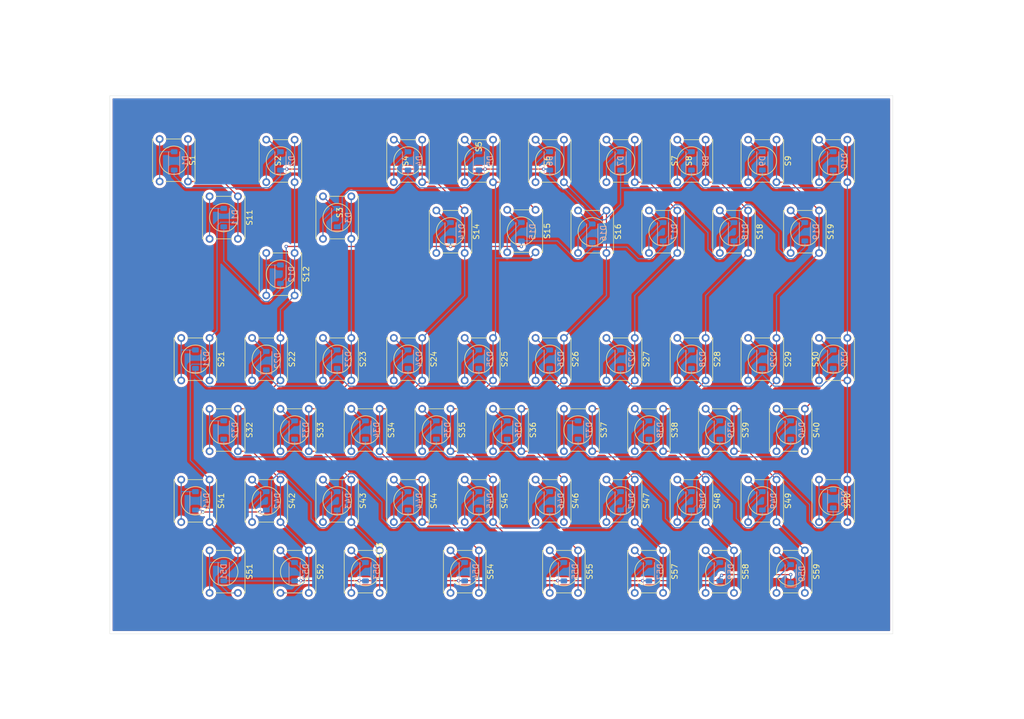
<source format=kicad_pcb>
(kicad_pcb (version 20240108) (generator "pcbnew") (generator_version "8.0")
  (layers (0 "F.Cu" signal) (31 "B.Cu" signal) (34 "B.Paste" user) (35 "F.Paste" user) (36 "B.SilkS" user "B.Silkscreen") (37 "F.SilkS" user "F.Silkscreen") (38 "B.Mask" user) (39 "F.Mask" user) (44 "Edge.Cuts" user))
  (net 0 "")
  (net 1 "row0")
  (net 2 "Net-(D1-A)")
  (net 3 "Net-(D2-A)")
  (net 4 "Net-(D3-A)")
  (net 5 "Net-(D4-A)")
  (net 6 "Net-(D5-A)")
  (net 7 "Net-(D6-A)")
  (net 8 "Net-(D7-A)")
  (net 9 "Net-(D8-A)")
  (net 10 "Net-(D9-A)")
  (net 11 "Net-(D10-A)")
  (net 12 "row1")
  (net 13 "Net-(D11-A)")
  (net 14 "Net-(D12-A)")
  (net 15 "Net-(D14-A)")
  (net 16 "Net-(D15-A)")
  (net 17 "Net-(D16-A)")
  (net 18 "Net-(D17-A)")
  (net 19 "Net-(D18-A)")
  (net 20 "Net-(D19-A)")
  (net 21 "row2")
  (net 22 "Net-(D21-A)")
  (net 23 "Net-(D22-A)")
  (net 24 "Net-(D23-A)")
  (net 25 "Net-(D24-A)")
  (net 26 "Net-(D25-A)")
  (net 27 "Net-(D26-A)")
  (net 28 "Net-(D27-A)")
  (net 29 "Net-(D28-A)")
  (net 30 "Net-(D29-A)")
  (net 31 "Net-(D30-A)")
  (net 32 "Net-(D32-A)")
  (net 33 "row3")
  (net 34 "Net-(D33-A)")
  (net 35 "Net-(D34-A)")
  (net 36 "Net-(D35-A)")
  (net 37 "Net-(D36-A)")
  (net 38 "Net-(D37-A)")
  (net 39 "Net-(D38-A)")
  (net 40 "Net-(D39-A)")
  (net 41 "Net-(D40-A)")
  (net 42 "row4")
  (net 43 "Net-(D41-A)")
  (net 44 "Net-(D42-A)")
  (net 45 "Net-(D43-A)")
  (net 46 "Net-(D44-A)")
  (net 47 "Net-(D45-A)")
  (net 48 "Net-(D46-A)")
  (net 49 "Net-(D47-A)")
  (net 50 "Net-(D48-A)")
  (net 51 "Net-(D49-A)")
  (net 52 "Net-(D50-A)")
  (net 53 "Net-(D51-A)")
  (net 54 "row5")
  (net 55 "Net-(D52-A)")
  (net 56 "Net-(D53-A)")
  (net 57 "Net-(D54-A)")
  (net 58 "Net-(D55-A)")
  (net 59 "Net-(D57-A)")
  (net 60 "Net-(D58-A)")
  (net 61 "Net-(D59-A)")
  (net 62 "column0")
  (net 63 "column1")
  (net 64 "column2")
  (net 65 "column3")
  (net 66 "column4")
  (net 67 "column5")
  (net 68 "column6")
  (net 69 "column7")
  (net 70 "column8")
  (net 71 "column9")
  (footprint "Button_Switch_THT:SW_Tactile_Straight_KSL0Axx1LFTR" (layer "F.Cu") (at 140.43 52.99 -90)
    (property "Reference" "S4")
    (property "Value" "Keyswitch")
  )
  (footprint "Button_Switch_THT:SW_Tactile_Straight_KSL0Axx1LFTR" (layer "F.Cu") (at 191.23 113.95 -90)
    (property "Reference" "S48")
    (property "Value" "Keyswitch")
  )
  (footprint "Button_Switch_THT:SW_Tactile_Straight_KSL0Axx1LFTR" (layer "F.Cu") (at 127.73 88.55 -90)
    (property "Reference" "S23")
    (property "Value" "Keyswitch")
  )
  (footprint "Button_Switch_THT:SW_Tactile_Straight_KSL0Axx1LFTR" (layer "F.Cu") (at 191.23 88.55 -90)
    (property "Reference" "S28")
    (property "Value" "Keyswitch")
  )
  (footprint "Button_Switch_THT:SW_Tactile_Straight_KSL0Axx1LFTR" (layer "F.Cu") (at 211.55 65.69 -90)
    (property "Reference" "S19")
    (property "Value" "Keyswitch")
  )
  (footprint "Button_Switch_THT:SW_Tactile_Straight_KSL0Axx1LFTR" (layer "F.Cu") (at 120.11 126.65 -90)
    (property "Reference" "S52")
    (property "Value" "Keyswitch")
  )
  (footprint "Button_Switch_THT:SW_Tactile_Straight_KSL0Axx1LFTR" (layer "F.Cu") (at 178.53 52.99 -90)
    (property "Reference" "S7")
    (property "Value" "Keyswitch")
  )
  (footprint "Button_Switch_THT:SW_Tactile_Straight_KSL0Axx1LFTR" (layer "F.Cu") (at 183.61 126.65 -90)
    (property "Reference" "S57")
    (property "Value" "Keyswitch")
  )
  (footprint "Button_Switch_THT:SW_Tactile_Straight_KSL0Axx1LFTR" (layer "F.Cu") (at 203.93 113.95 -90)
    (property "Reference" "S49")
    (property "Value" "Keyswitch")
  )
  (footprint "Button_Switch_THT:SW_Tactile_Straight_KSL0Axx1LFTR" (layer "F.Cu") (at 160.75 65.57 -90)
    (property "Reference" "S15")
    (property "Value" "Keyswitch")
  )
  (footprint "Button_Switch_THT:SW_Tactile_Straight_KSL0Axx1LFTR" (layer "F.Cu") (at 117.57 52.99 -90)
    (property "Reference" "S2")
    (property "Value" "Keyswitch")
  )
  (footprint "Button_Switch_THT:SW_Tactile_Straight_KSL0Axx1LFTR" (layer "F.Cu") (at 153.13 113.95 -90)
    (property "Reference" "S45")
    (property "Value" "Keyswitch")
  )
  (footprint "Button_Switch_THT:SW_Tactile_Straight_KSL0Axx1LFTR" (layer "F.Cu") (at 216.63 88.55 -90)
    (property "Reference" "S30")
    (property "Value" "Keyswitch")
  )
  (footprint "Button_Switch_THT:SW_Tactile_Straight_KSL0Axx1LFTR" (layer "F.Cu") (at 186.15 65.69 -90)
    (property "Reference" "S17" (hide yes))
    (property "Value" "Keyswitch")
  )
  (footprint "Button_Switch_THT:SW_Tactile_Straight_KSL0Axx1LFTR" (layer "F.Cu") (at 132.81 126.65 -90)
    (property "Reference" "S53")
    (property "Value" "Keyswitch")
  )
  (footprint "Button_Switch_THT:SW_Tactile_Straight_KSL0Axx1LFTR" (layer "F.Cu") (at 178.53 88.55 -90)
    (property "Reference" "S27")
    (property "Value" "Keyswitch")
  )
  (footprint "Button_Switch_THT:SW_Tactile_Straight_KSL0Axx1LFTR" (layer "F.Cu") (at 140.43 113.95 -90)
    (property "Reference" "S44")
    (property "Value" "Keyswitch")
  )
  (footprint "Button_Switch_THT:SW_Tactile_Straight_KSL0Axx1LFTR" (layer "F.Cu") (at 168.37 126.65 -90)
    (property "Reference" "S55")
    (property "Value" "Keyswitch")
  )
  (footprint "Button_Switch_THT:SW_Tactile_Straight_KSL0Axx1LFTR" (layer "F.Cu") (at 120.11 101.25 -90)
    (property "Reference" "S33")
    (property "Value" "Keyswitch")
  )
  (footprint "Button_Switch_THT:SW_Tactile_Straight_KSL0Axx1LFTR" (layer "F.Cu") (at 165.83 52.99 -90)
    (property "Reference" "S6")
    (property "Value" "Keyswitch")
  )
  (footprint "Button_Switch_THT:SW_Tactile_Straight_KSL0Axx1LFTR" (layer "F.Cu") (at 209.01 126.65 -90)
    (property "Reference" "S59")
    (property "Value" "Keyswitch")
  )
  (footprint "Button_Switch_THT:SW_Tactile_Straight_KSL0Axx1LFTR" (layer "F.Cu") (at 153.13 52.99 -90)
    (property "Reference" "S5")
    (property "Value" "Keyswitch")
  )
  (footprint "Button_Switch_THT:SW_Tactile_Straight_KSL0Axx1LFTR" (layer "F.Cu") (at 216.63 113.95 -90)
    (property "Reference" "S50")
    (property "Value" "Keyswitch")
  )
  (footprint "Button_Switch_THT:SW_Tactile_Straight_KSL0Axx1LFTR" (layer "F.Cu") (at 127.73 113.95 -90)
    (property "Reference" "S43")
    (property "Value" "Keyswitch")
  )
  (footprint "Button_Switch_THT:SW_Tactile_Straight_KSL0Axx1LFTR" (layer "F.Cu") (at 117.57 73.31 -90)
    (property "Reference" "S12")
    (property "Value" "Keyswitch")
  )
  (footprint "Button_Switch_THT:SW_Tactile_Straight_KSL0Axx1LFTR" (layer "F.Cu") (at 216.63 52.99 -90)
    (property "Reference" "S10" (hide yes))
    (property "Value" "Keyswitch")
  )
  (footprint "Button_Switch_THT:SW_Tactile_Straight_KSL0Axx1LFTR" (layer "F.Cu") (at 196.31 126.65 -90)
    (property "Reference" "S58")
    (property "Value" "Keyswitch")
  )
  (footprint "Button_Switch_THT:SW_Tactile_Straight_KSL0Axx1LFTR" (layer "F.Cu") (at 196.31 101.25 -90)
    (property "Reference" "S39")
    (property "Value" "Keyswitch")
  )
  (footprint "Button_Switch_THT:SW_Tactile_Straight_KSL0Axx1LFTR" (layer "F.Cu") (at 132.81 101.25 -90)
    (property "Reference" "S34")
    (property "Value" "Keyswitch")
  )
  (footprint "Button_Switch_THT:SW_Tactile_Straight_KSL0Axx1LFTR" (layer "F.Cu") (at 145.51 101.25 -90)
    (property "Reference" "S35")
    (property "Value" "Keyswitch")
  )
  (footprint "Button_Switch_THT:SW_Tactile_Straight_KSL0Axx1LFTR" (layer "F.Cu") (at 115.03 88.55 -90)
    (property "Reference" "S22")
    (property "Value" "Keyswitch")
  )
  (footprint "Button_Switch_THT:SW_Tactile_Straight_KSL0Axx1LFTR" (layer "F.Cu") (at 165.83 88.55 -90)
    (property "Reference" "S26")
    (property "Value" "Keyswitch")
  )
  (footprint "Button_Switch_THT:SW_Tactile_Straight_KSL0Axx1LFTR" (layer "F.Cu") (at 102.33 88.55 -90)
    (property "Reference" "S21")
    (property "Value" "Keyswitch")
  )
  (footprint "Button_Switch_THT:SW_Tactile_Straight_KSL0Axx1LFTR" (layer "F.Cu") (at 203.93 52.99 -90)
    (property "Reference" "S9")
    (property "Value" "Keyswitch")
  )
  (footprint "Button_Switch_THT:SW_Tactile_Straight_KSL0Axx1LFTR" (layer "F.Cu") (at 170.91 101.25 -90)
    (property "Reference" "S37")
    (property "Value" "Keyswitch")
  )
  (footprint "Button_Switch_THT:SW_Tactile_Straight_KSL0Axx1LFTR" (layer "F.Cu") (at 198.85 65.69 -90)
    (property "Reference" "S18")
    (property "Value" "Keyswitch")
  )
  (footprint "Button_Switch_THT:SW_Tactile_Straight_KSL0Axx1LFTR" (layer "F.Cu") (at 98.46 52.87 -90)
    (property "Reference" "S1")
    (property "Value" "Keyswitch")
  )
  (footprint "Button_Switch_THT:SW_Tactile_Straight_KSL0Axx1LFTR" (layer "F.Cu") (at 107.41 101.25 -90)
    (property "Reference" "S32")
    (property "Value" "Keyswitch")
  )
  (footprint "Button_Switch_THT:SW_Tactile_Straight_KSL0Axx1LFTR" (layer "F.Cu") (at 102.33 113.95 -90)
    (property "Reference" "S41")
    (property "Value" "Keyswitch")
  )
  (footprint "Button_Switch_THT:SW_Tactile_Straight_KSL0Axx1LFTR" (layer "F.Cu") (at 148.05 65.69 -90)
    (property "Reference" "S14")
    (property "Value" "Keyswitch")
  )
  (footprint "Button_Switch_THT:SW_Tactile_Straight_KSL0Axx1LFTR" (layer "F.Cu") (at 191.23 52.99 -90)
    (property "Reference" "S8")
    (property "Value" "Keyswitch")
  )
  (footprint "Button_Switch_THT:SW_Tactile_Straight_KSL0Axx1LFTR" (layer "F.Cu") (at 107.41 126.65 -90)
    (property "Reference" "S51")
    (property "Value" "Keyswitch")
  )
  (footprint "Button_Switch_THT:SW_Tactile_Straight_KSL0Axx1LFTR" (layer "F.Cu") (at 140.43 88.55 -90)
    (property "Reference" "S24")
    (property "Value" "Keyswitch")
  )
  (footprint "Button_Switch_THT:SW_Tactile_Straight_KSL0Axx1LFTR" (layer "F.Cu") (at 127.73 63.15 -90)
    (property "Reference" "S3")
    (property "Value" "Keyswitch")
  )
  (footprint "Button_Switch_THT:SW_Tactile_Straight_KSL0Axx1LFTR" (layer "F.Cu") (at 158.21 101.25 -90)
    (property "Reference" "S36")
    (property "Value" "Keyswitch")
  )
  (footprint "Button_Switch_THT:SW_Tactile_Straight_KSL0Axx1LFTR" (layer "F.Cu") (at 153.13 88.55 -90)
    (property "Reference" "S25")
    (property "Value" "Keyswitch")
  )
  (footprint "Button_Switch_THT:SW_Tactile_Straight_KSL0Axx1LFTR" (layer "F.Cu") (at 150.59 126.65 -90)
    (property "Reference" "S54")
    (property "Value" "Keyswitch")
  )
  (footprint "Button_Switch_THT:SW_Tactile_Straight_KSL0Axx1LFTR" (layer "F.Cu") (at 173.45 65.69 -90)
    (property "Reference" "S16")
    (property "Value" "Keyswitch")
  )
  (footprint "Button_Switch_THT:SW_Tactile_Straight_KSL0Axx1LFTR" (layer "F.Cu") (at 165.83 113.95 -90)
    (property "Reference" "S46")
    (property "Value" "Keyswitch")
  )
  (footprint "Button_Switch_THT:SW_Tactile_Straight_KSL0Axx1LFTR" (layer "F.Cu") (at 203.93 88.55 -90)
    (property "Reference" "S29")
    (property "Value" "Keyswitch")
  )
  (footprint "Button_Switch_THT:SW_Tactile_Straight_KSL0Axx1LFTR" (layer "F.Cu") (at 209.01 101.25 -90)
    (property "Reference" "S40")
    (property "Value" "Keyswitch")
  )
  (footprint "Button_Switch_THT:SW_Tactile_Straight_KSL0Axx1LFTR" (layer "F.Cu") (at 178.53 113.95 -90)
    (property "Reference" "S47")
    (property "Value" "Keyswitch")
  )
  (footprint "Button_Switch_THT:SW_Tactile_Straight_KSL0Axx1LFTR" (layer "F.Cu") (at 115.03 113.95 -90)
    (property "Reference" "S42")
    (property "Value" "Keyswitch")
  )
  (footprint "Button_Switch_THT:SW_Tactile_Straight_KSL0Axx1LFTR" (layer "F.Cu") (at 183.61 101.25 -90)
    (property "Reference" "S38")
    (property "Value" "Keyswitch")
  )
  (footprint "Button_Switch_THT:SW_Tactile_Straight_KSL0Axx1LFTR" (layer "F.Cu") (at 107.41 63.15 -90)
    (property "Reference" "S11")
    (property "Value" "Keyswitch")
  )
  (footprint "Diode_SMD:D_SOD-123" (layer "B.Cu") (at 115.03 77.12 90)
    (property "Reference" "D12")
    (property "Value" "Diode")
  )
  (footprint "Diode_SMD:D_SOD-123" (layer "B.Cu") (at 188.69 117.76 90)
    (property "Reference" "D48")
    (property "Value" "Diode")
  )
  (footprint "Diode_SMD:D_SOD-123" (layer "B.Cu") (at 175.99 92.36 90)
    (property "Reference" "D27")
    (property "Value" "Diode")
  )
  (footprint "Diode_SMD:D_SOD-123" (layer "B.Cu") (at 130.27 130.46 90)
    (property "Reference" "D53")
    (property "Value" "Diode")
  )
  (footprint "Diode_SMD:D_SOD-123" (layer "B.Cu") (at 158.21 69.5 90)
    (property "Reference" "D15")
    (property "Value" "Diode")
  )
  (footprint "Diode_SMD:D_SOD-123" (layer "B.Cu") (at 193.77 105.06 90)
    (property "Reference" "D39")
    (property "Value" "Diode")
  )
  (footprint "Diode_SMD:D_SOD-123" (layer "B.Cu") (at 125.19 92.36 90)
    (property "Reference" "D23")
    (property "Value" "Diode")
  )
  (footprint "Diode_SMD:D_SOD-123" (layer "B.Cu") (at 125.19 117.76 90)
    (property "Reference" "D43")
    (property "Value" "Diode")
  )
  (footprint "Diode_SMD:D_SOD-123" (layer "B.Cu") (at 95.98 56.8 90)
    (property "Reference" "D1")
    (property "Value" "Diode")
  )
  (footprint "Diode_SMD:D_SOD-123" (layer "B.Cu") (at 112.49 92.615 90)
    (property "Reference" "D22")
    (property "Value" "Diode")
  )
  (footprint "Diode_SMD:D_SOD-123" (layer "B.Cu") (at 181.07 105.06 90)
    (property "Reference" "D38")
    (property "Value" "Diode")
  )
  (footprint "Diode_SMD:D_SOD-123" (layer "B.Cu") (at 165.83 130.46 90)
    (property "Reference" "D55")
    (property "Value" "Diode")
  )
  (footprint "Diode_SMD:D_SOD-123" (layer "B.Cu") (at 183.61 69.5 90)
    (property "Reference" "D17")
    (property "Value" "Diode")
  )
  (footprint "Diode_SMD:D_SOD-123" (layer "B.Cu") (at 175.99 56.8 90)
    (property "Reference" "D7")
    (property "Value" "Diode")
  )
  (footprint "Diode_SMD:D_SOD-123" (layer "B.Cu") (at 115.03 56.8 90)
    (property "Reference" "D2")
    (property "Value" "Diode")
  )
  (footprint "Diode_SMD:D_SOD-123" (layer "B.Cu") (at 175.99 117.76 90)
    (property "Reference" "D47")
    (property "Value" "Diode")
  )
  (footprint "Diode_SMD:D_SOD-123" (layer "B.Cu") (at 206.47 105.06 90)
    (property "Reference" "D40")
    (property "Value" "Diode")
  )
  (footprint "Diode_SMD:D_SOD-123" (layer "B.Cu") (at 104.87 66.96 90)
    (property "Reference" "D11")
    (property "Value" "Diode")
  )
  (footprint "Diode_SMD:D_SOD-123" (layer "B.Cu") (at 145.51 69.5 90)
    (property "Reference" "D14")
    (property "Value" "Diode")
  )
  (footprint "Diode_SMD:D_SOD-123" (layer "B.Cu") (at 163.29 117.76 90)
    (property "Reference" "D46")
    (property "Value" "Diode")
  )
  (footprint "Diode_SMD:D_SOD-123" (layer "B.Cu") (at 201.39 117.76 90)
    (property "Reference" "D49")
    (property "Value" "Diode")
  )
  (footprint "Diode_SMD:D_SOD-123" (layer "B.Cu") (at 137.89 117.76 90)
    (property "Reference" "D44")
    (property "Value" "Diode")
  )
  (footprint "Diode_SMD:D_SOD-123" (layer "B.Cu") (at 163.29 56.8 90)
    (property "Reference" "D6")
    (property "Value" "Diode")
  )
  (footprint "Diode_SMD:D_SOD-123" (layer "B.Cu") (at 201.39 92.36 90)
    (property "Reference" "D29")
    (property "Value" "Diode")
  )
  (footprint "Diode_SMD:D_SOD-123" (layer "B.Cu") (at 196.31 69.5 90)
    (property "Reference" "D18")
    (property "Value" "Diode")
  )
  (footprint "Diode_SMD:D_SOD-123" (layer "B.Cu") (at 99.79 92.36 90)
    (property "Reference" "D21")
    (property "Value" "Diode")
  )
  (footprint "Diode_SMD:D_SOD-123" (layer "B.Cu") (at 112.49 117.76 90)
    (property "Reference" "D42")
    (property "Value" "Diode")
  )
  (footprint "Diode_SMD:D_SOD-123" (layer "B.Cu") (at 155.67 105.06 90)
    (property "Reference" "D36")
    (property "Value" "Diode")
  )
  (footprint "Diode_SMD:D_SOD-123" (layer "B.Cu") (at 130.27 105.06 90)
    (property "Reference" "D34")
    (property "Value" "Diode")
  )
  (footprint "Diode_SMD:D_SOD-123" (layer "B.Cu") (at 206.47 130.84 90)
    (property "Reference" "D59")
    (property "Value" "Diode")
  )
  (footprint "Diode_SMD:D_SOD-123" (layer "B.Cu") (at 188.69 56.8 90)
    (property "Reference" "D8")
    (property "Value" "Diode")
  )
  (footprint "Diode_SMD:D_SOD-123" (layer "B.Cu") (at 104.87 130.46 90)
    (property "Reference" "D51")
    (property "Value" "Diode")
  )
  (footprint "Diode_SMD:D_SOD-123" (layer "B.Cu") (at 148.05 130.46 90)
    (property "Reference" "D54")
    (property "Value" "Diode")
  )
  (footprint "Diode_SMD:D_SOD-123" (layer "B.Cu") (at 150.59 56.8 90)
    (property "Reference" "D5")
    (property "Value" "Diode")
  )
  (footprint "Diode_SMD:D_SOD-123" (layer "B.Cu") (at 214.09 117.38 90)
    (property "Reference" "D50")
    (property "Value" "Diode")
  )
  (footprint "Diode_SMD:D_SOD-123" (layer "B.Cu") (at 193.77 130.46 90)
    (property "Reference" "D58")
    (property "Value" "Diode")
  )
  (footprint "Diode_SMD:D_SOD-123" (layer "B.Cu") (at 117.57 130.46 90)
    (property "Reference" "D52")
    (property "Value" "Diode")
  )
  (footprint "Diode_SMD:D_SOD-123" (layer "B.Cu") (at 99.79 117.76 90)
    (property "Reference" "D41")
    (property "Value" "Diode")
  )
  (footprint "Diode_SMD:D_SOD-123" (layer "B.Cu") (at 170.91 69.755 90)
    (property "Reference" "D16")
    (property "Value" "Diode")
  )
  (footprint "Diode_SMD:D_SOD-123" (layer "B.Cu") (at 168.37 105.06 90)
    (property "Reference" "D37")
    (property "Value" "Diode")
  )
  (footprint "Diode_SMD:D_SOD-123" (layer "B.Cu") (at 104.87 105.06 90)
    (property "Reference" "D32")
    (property "Value" "Diode")
  )
  (footprint "Diode_SMD:D_SOD-123" (layer "B.Cu") (at 214.09 56.8 90)
    (property "Reference" "D10")
    (property "Value" "Diode")
  )
  (footprint "Diode_SMD:D_SOD-123" (layer "B.Cu") (at 150.59 92.36 90)
    (property "Reference" "D25")
    (property "Value" "Diode")
  )
  (footprint "Diode_SMD:D_SOD-123" (layer "B.Cu") (at 163.29 92.36 90)
    (property "Reference" "D26")
    (property "Value" "Diode")
  )
  (footprint "Diode_SMD:D_SOD-123" (layer "B.Cu") (at 209.01 69.5 90)
    (property "Reference" "D19")
    (property "Value" "Diode")
  )
  (footprint "Diode_SMD:D_SOD-123" (layer "B.Cu") (at 137.89 56.8 90)
    (property "Reference" "D4")
    (property "Value" "Diode")
  )
  (footprint "Diode_SMD:D_SOD-123" (layer "B.Cu") (at 201.39 56.8 90)
    (property "Reference" "D9")
    (property "Value" "Diode")
  )
  (footprint "Diode_SMD:D_SOD-123" (layer "B.Cu") (at 125.19 66.96 90)
    (property "Reference" "D3")
    (property "Value" "Diode")
  )
  (footprint "Diode_SMD:D_SOD-123" (layer "B.Cu") (at 181.07 130.46 90)
    (property "Reference" "D57")
    (property "Value" "Diode")
  )
  (footprint "Diode_SMD:D_SOD-123" (layer "B.Cu") (at 150.59 117.76 90)
    (property "Reference" "D45")
    (property "Value" "Diode")
  )
  (footprint "Diode_SMD:D_SOD-123" (layer "B.Cu") (at 137.89 92.36 90)
    (property "Reference" "D24")
    (property "Value" "Diode")
  )
  (footprint "Diode_SMD:D_SOD-123" (layer "B.Cu") (at 214.09 92.36 90)
    (property "Reference" "D30")
    (property "Value" "Diode")
  )
  (footprint "Diode_SMD:D_SOD-123" (layer "B.Cu") (at 117.57 105.06 90)
    (property "Reference" "D33")
    (property "Value" "Diode")
  )
  (footprint "Diode_SMD:D_SOD-123" (layer "B.Cu") (at 142.97 105.06 90)
    (property "Reference" "D35")
    (property "Value" "Diode")
  )
  (footprint "Diode_SMD:D_SOD-123" (layer "B.Cu") (at 188.69 92.36 90)
    (property "Reference" "D28")
    (property "Value" "Diode")
  )
  (gr_rect (start 84.455 45.085) (end 224.79 141.605) (stroke (width 0.05)) (fill none) (layer "Edge.Cuts"))
  (segment (start 151.7222 58.2647) (end 116.1686 58.2647) (width 0.2) (layer "F.Cu") (net 1))
  (segment (start 162.1868 58.2647) (end 151.7222 58.2647) (width 0.2) (layer "F.Cu") (net 1))
  (via (at 151.7222 58.2647) (size 0.6) (drill 0.3) (layers "F.Cu" "B.Cu") (net 1))
  (via (at 116.1686 58.2647) (size 0.6) (drill 0.3) (layers "F.Cu" "B.Cu") (net 1))
  (via (at 162.1868 58.2647) (size 0.6) (drill 0.3) (layers "F.Cu" "B.Cu") (net 1))
  (segment (start 173.2051 67.3602) (end 175.99 64.5753) (width 0.2) (layer "B.Cu") (net 1))
  (segment (start 175.99 61.6263) (end 175.99 58.45) (width 0.2) (layer "B.Cu") (net 1))
  (segment (start 214.09 59.5345) (end 211.9977 61.6268) (width 0.2) (layer "B.Cu") (net 1))
  (segment (start 190.7895 61.6216) (end 188.69 59.5221) (width 0.2) (layer "B.Cu") (net 1))
  (segment (start 163.29 59.5241) (end 165.6459 61.88) (width 0.2) (layer "B.Cu") (net 1))
  (segment (start 162.1868 58.2647) (end 163.1047 58.2647) (width 0.2) (layer "B.Cu") (net 1))
  (segment (start 126.1066 67.6934) (end 125.19 68.61) (width 0.2) (layer "B.Cu") (net 1))
  (segment (start 151.5369 58.45) (end 151.7222 58.2647) (width 0.2) (layer "B.Cu") (net 1))
  (segment (start 171.5113 67.3602) (end 173.2051 67.3602) (width 0.2) (layer "B.Cu") (net 1))
  (segment (start 137.89 58.45) (end 137.89 59.5052) (width 0.2) (layer "B.Cu") (net 1))
  (segment (start 127.3286 62.1071) (end 126.1066 63.3291) (width 0.2) (layer "B.Cu") (net 1))
  (segment (start 148.4866 61.6238) (end 150.5899 59.5205) (width 0.2) (layer "B.Cu") (net 1))
  (segment (start 203.4982 61.6268) (end 201.39 59.5186) (width 0.2) (layer "B.Cu") (net 1))
  (segment (start 201.39 58.45) (end 201.39 59.5186) (width 0.2) (layer "B.Cu") (net 1))
  (segment (start 140.0086 61.6238) (end 148.4866 61.6238) (width 0.2) (layer "B.Cu") (net 1))
  (segment (start 150.59 58.45) (end 151.5369 58.45) (width 0.2) (layer "B.Cu") (net 1))
  (segment (start 211.9977 61.6268) (end 203.4982 61.6268) (width 0.2) (layer "B.Cu") (net 1))
  (segment (start 115.2153 58.2647) (end 115.03 58.45) (width 0.2) (layer "B.Cu") (net 1))
  (segment (start 214.09 58.45) (end 214.09 59.5345) (width 0.2) (layer "B.Cu") (net 1))
  (segment (start 188.69 59.5221) (end 188.69 58.45) (width 0.2) (layer "B.Cu") (net 1))
  (segment (start 126.1066 63.3291) (end 126.1066 67.6934) (width 0.2) (layer "B.Cu") (net 1))
  (segment (start 188.69 59.5221) (end 186.5858 61.6263) (width 0.2) (layer "B.Cu") (net 1))
  (segment (start 112.9218 61.6128) (end 115.03 59.5046) (width 0.2) (layer "B.Cu") (net 1))
  (segment (start 137.89 59.5052) (end 140.0086 61.6238) (width 0.2) (layer "B.Cu") (net 1))
  (segment (start 135.2881 62.1071) (end 127.3286 62.1071) (width 0.2) (layer "B.Cu") (net 1))
  (segment (start 116.1686 58.2647) (end 115.2153 58.2647) (width 0.2) (layer "B.Cu") (net 1))
  (segment (start 95.98 59.4758) (end 98.117 61.6128) (width 0.2) (layer "B.Cu") (net 1))
  (segment (start 150.5899 59.5205) (end 150.5899 58.45) (width 0.2) (layer "B.Cu") (net 1))
  (segment (start 175.99 64.5753) (end 175.99 61.6263) (width 0.2) (layer "B.Cu") (net 1))
  (segment (start 165.6459 61.88) (end 166.0311 61.88) (width 0.2) (layer "B.Cu") (net 1))
  (segment (start 186.5858 61.6263) (end 175.99 61.6263) (width 0.2) (layer "B.Cu") (net 1))
  (segment (start 95.98 58.45) (end 95.98 59.4758) (width 0.2) (layer "B.Cu") (net 1))
  (segment (start 115.03 59.5046) (end 115.03 58.45) (width 0.2) (layer "B.Cu") (net 1))
  (segment (start 166.0311 61.88) (end 171.5113 67.3602) (width 0.2) (layer "B.Cu") (net 1))
  (segment (start 137.89 59.5052) (end 135.2881 62.1071) (width 0.2) (layer "B.Cu") (net 1))
  (segment (start 163.1047 58.2647) (end 163.29 58.45) (width 0.2) (layer "B.Cu") (net 1))
  (segment (start 201.39 59.5186) (end 199.287 61.6216) (width 0.2) (layer "B.Cu") (net 1))
  (segment (start 150.5899 58.45) (end 150.59 58.45) (width 0.2) (layer "B.Cu") (net 1))
  (segment (start 163.29 58.45) (end 163.29 59.5241) (width 0.2) (layer "B.Cu") (net 1))
  (segment (start 98.117 61.6128) (end 112.9218 61.6128) (width 0.2) (layer "B.Cu") (net 1))
  (segment (start 199.287 61.6216) (end 190.7895 61.6216) (width 0.2) (layer "B.Cu") (net 1))
  (segment (start 93.38 55.15) (end 93.38 52.87) (width 0.2) (layer "B.Cu") (net 2))
  (segment (start 93.38 55.15) (end 95.98 55.15) (width 0.2) (layer "B.Cu") (net 2))
  (segment (start 93.38 60.49) (end 93.38 55.15) (width 0.2) (layer "B.Cu") (net 2))
  (segment (start 112.49 57.69) (end 115.03 55.15) (width 0.2) (layer "B.Cu") (net 3))
  (segment (start 112.87 52.99) (end 112.49 52.99) (width 0.2) (layer "B.Cu") (net 3))
  (segment (start 115.03 55.15) (end 112.87 52.99) (width 0.2) (layer "B.Cu") (net 3))
  (segment (start 112.49 60.61) (end 112.49 57.69) (width 0.2) (layer "B.Cu") (net 3))
  (segment (start 122.65 67.47) (end 124.81 65.31) (width 0.2) (layer "B.Cu") (net 4))
  (segment (start 125.19 65.31) (end 124.81 65.31) (width 0.2) (layer "B.Cu") (net 4))
  (segment (start 122.65 70.77) (end 122.65 67.47) (width 0.2) (layer "B.Cu") (net 4))
  (segment (start 124.81 65.31) (end 122.65 63.15) (width 0.2) (layer "B.Cu") (net 4))
  (segment (start 137.89 55.15) (end 135.73 52.99) (width 0.2) (layer "B.Cu") (net 5))
  (segment (start 135.35 57.69) (end 137.89 55.15) (width 0.2) (layer "B.Cu") (net 5))
  (segment (start 135.73 52.99) (end 135.35 52.99) (width 0.2) (layer "B.Cu") (net 5))
  (segment (start 135.35 60.61) (end 135.35 57.69) (width 0.2) (layer "B.Cu") (net 5))
  (segment (start 148.05 57.31) (end 150.21 55.15) (width 0.2) (layer "B.Cu") (net 6))
  (segment (start 150.59 55.15) (end 150.21 55.15) (width 0.2) (layer "B.Cu") (net 6))
  (segment (start 150.21 55.15) (end 148.05 52.99) (width 0.2) (layer "B.Cu") (net 6))
  (segment (start 148.05 60.61) (end 148.05 57.31) (width 0.2) (layer "B.Cu") (net 6))
  (segment (start 160.75 60.61) (end 160.75 57.31) (width 0.2) (layer "B.Cu") (net 7))
  (segment (start 162.91 55.15) (end 160.75 52.99) (width 0.2) (layer "B.Cu") (net 7))
  (segment (start 163.29 55.15) (end 162.91 55.15) (width 0.2) (layer "B.Cu") (net 7))
  (segment (start 160.75 57.31) (end 162.91 55.15) (width 0.2) (layer "B.Cu") (net 7))
  (segment (start 173.45 60.61) (end 173.45 57.31) (width 0.2) (layer "B.Cu") (net 8))
  (segment (start 175.61 55.15) (end 173.45 52.99) (width 0.2) (layer "B.Cu") (net 8))
  (segment (start 175.99 55.15) (end 175.61 55.15) (width 0.2) (layer "B.Cu") (net 8))
  (segment (start 173.45 57.31) (end 175.61 55.15) (width 0.2) (layer "B.Cu") (net 8))
  (segment (start 186.15 57.31) (end 188.31 55.15) (width 0.2) (layer "B.Cu") (net 9))
  (segment (start 186.15 60.61) (end 186.15 57.31) (width 0.2) (layer "B.Cu") (net 9))
  (segment (start 188.31 55.15) (end 186.15 52.99) (width 0.2) (layer "B.Cu") (net 9))
  (segment (start 188.69 55.15) (end 188.31 55.15) (width 0.2) (layer "B.Cu") (net 9))
  (segment (start 198.85 57.31) (end 201.01 55.15) (width 0.2) (layer "B.Cu") (net 10))
  (segment (start 201.01 55.15) (end 198.85 52.99) (width 0.2) (layer "B.Cu") (net 10))
  (segment (start 198.85 60.61) (end 198.85 57.31) (width 0.2) (layer "B.Cu") (net 10))
  (segment (start 201.39 55.15) (end 201.01 55.15) (width 0.2) (layer "B.Cu") (net 10))
  (segment (start 214.09 55.15) (end 213.71 55.15) (width 0.2) (layer "B.Cu") (net 11))
  (segment (start 211.55 60.61) (end 211.55 57.31) (width 0.2) (layer "B.Cu") (net 11))
  (segment (start 211.55 57.31) (end 213.71 55.15) (width 0.2) (layer "B.Cu") (net 11))
  (segment (start 213.71 55.15) (end 211.55 52.99) (width 0.2) (layer "B.Cu") (net 11))
  (segment (start 116.0654 72.1409) (end 145.51 72.1409) (width 0.2) (layer "F.Cu") (net 12))
  (segment (start 145.51 72.1409) (end 158.21 72.1409) (width 0.2) (layer "F.Cu") (net 12))
  (via (at 158.21 72.1409) (size 0.6) (drill 0.3) (layers "F.Cu" "B.Cu") (net 12))
  (via (at 145.51 72.1409) (size 0.6) (drill 0.3) (layers "F.Cu" "B.Cu") (net 12))
  (via (at 116.0654 72.1409) (size 0.6) (drill 0.3) (layers "F.Cu" "B.Cu") (net 12))
  (segment (start 164.6629 71.15) (end 167.8439 74.331) (width 0.2) (layer "B.Cu") (net 12))
  (segment (start 104.87 74.7671) (end 112.0905 81.9876) (width 0.2) (layer "B.Cu") (net 12))
  (segment (start 116.0654 77.7346) (end 116.0654 72.1409) (width 0.2) (layer "B.Cu") (net 12))
  (segment (start 177.0947 72.2517) (end 179.1896 74.3466) (width 0.2) (layer "B.Cu") (net 12))
  (segment (start 158.21 71.15) (end 158.21 72.1409) (width 0.2) (layer "B.Cu") (net 12))
  (segment (start 196.31 71.15) (end 197.2617 70.1983) (width 0.2) (layer "B.Cu") (net 12))
  (segment (start 186.6368 64.6668) (end 191.6421 69.6721) (width 0.2) (layer "B.Cu") (net 12))
  (segment (start 206.9212 74.3466) (end 209.01 72.2578) (width 0.2) (layer "B.Cu") (net 12))
  (segment (start 191.6421 69.6721) (end 191.6421 72.6452) (width 0.2) (layer "B.Cu") (net 12))
  (segment (start 184.5617 70.1983) (end 184.5617 65.8125) (width 0.2) (layer "B.Cu") (net 12))
  (segment (start 185.7074 64.6668) (end 186.6368 64.6668) (width 0.2) (layer "B.Cu") (net 12))
  (segment (start 112.8585 81.9876) (end 115.03 79.8161) (width 0.2) (layer "B.Cu") (net 12))
  (segment (start 158.21 71.15) (end 164.6629 71.15) (width 0.2) (layer "B.Cu") (net 12))
  (segment (start 194.2212 74.3466) (end 196.31 72.2578) (width 0.2) (layer "B.Cu") (net 12))
  (segment (start 196.31 72.2578) (end 196.31 71.15) (width 0.2) (layer "B.Cu") (net 12))
  (segment (start 170.91 72.2517) (end 170.91 71.405) (width 0.2) (layer "B.Cu") (net 12))
  (segment (start 191.6421 72.6452) (end 193.3435 74.3466) (width 0.2) (layer "B.Cu") (net 12))
  (segment (start 115.03 78.77) (end 116.0654 77.7346) (width 0.2) (layer "B.Cu") (net 12))
  (segment (start 206.0435 74.3466) (end 206.9212 74.3466) (width 0.2) (layer "B.Cu") (net 12))
  (segment (start 145.51 71.15) (end 145.51 72.1409) (width 0.2) (layer "B.Cu") (net 12))
  (segment (start 112.0905 81.9876) (end 112.8585 81.9876) (width 0.2) (layer "B.Cu") (net 12))
  (segment (start 184.5617 65.8125) (end 185.7074 64.6668) (width 0.2) (layer "B.Cu") (net 12))
  (segment (start 183.61 72.1938) (end 183.61 71.15) (width 0.2) (layer "B.Cu") (net 12))
  (segment (start 170.91 72.2517) (end 177.0947 72.2517) (width 0.2) (layer "B.Cu") (net 12))
  (segment (start 179.1896 74.3466) (end 181.4572 74.3466) (width 0.2) (layer "B.Cu") (net 12))
  (segment (start 193.3435 74.3466) (end 194.2212 74.3466) (width 0.2) (layer "B.Cu") (net 12))
  (segment (start 104.87 68.61) (end 104.87 74.7671) (width 0.2) (layer "B.Cu") (net 12))
  (segment (start 181.4572 74.3466) (end 183.61 72.1938) (width 0.2) (layer "B.Cu") (net 12))
  (segment (start 168.8307 74.331) (end 170.91 72.2517) (width 0.2) (layer "B.Cu") (net 12))
  (segment (start 183.61 71.15) (end 184.5617 70.1983) (width 0.2) (layer "B.Cu") (net 12))
  (segment (start 115.03 79.8161) (end 115.03 78.77) (width 0.2) (layer "B.Cu") (net 12))
  (segment (start 197.2617 70.1983) (end 197.2617 65.8125) (width 0.2) (layer "B.Cu") (net 12))
  (segment (start 204.3421 69.6721) (end 204.3421 72.6452) (width 0.2) (layer "B.Cu") (net 12))
  (segment (start 204.3421 72.6452) (end 206.0435 74.3466) (width 0.2) (layer "B.Cu") (net 12))
  (segment (start 197.2617 65.8125) (end 198.4074 64.6668) (width 0.2) (layer "B.Cu") (net 12))
  (segment (start 209.01 72.2578) (end 209.01 71.15) (width 0.2) (layer "B.Cu") (net 12))
  (segment (start 167.8439 74.331) (end 168.8307 74.331) (width 0.2) (layer "B.Cu") (net 12))
  (segment (start 198.4074 64.6668) (end 199.3368 64.6668) (width 0.2) (layer "B.Cu") (net 12))
  (segment (start 199.3368 64.6668) (end 204.3421 69.6721) (width 0.2) (layer "B.Cu") (net 12))
  (segment (start 102.33 65.31) (end 104.87 65.31) (width 0.2) (layer "B.Cu") (net 13))
  (segment (start 102.33 70.77) (end 102.33 65.31) (width 0.2) (layer "B.Cu") (net 13))
  (segment (start 102.33 65.31) (end 102.33 63.15) (width 0.2) (layer "B.Cu") (net 13))
  (segment (start 112.49 75.47) (end 115.03 75.47) (width 0.2) (layer "B.Cu") (net 14))
  (segment (start 112.49 75.47) (end 112.49 73.31) (width 0.2) (layer "B.Cu") (net 14))
  (segment (start 112.49 80.93) (end 112.49 75.47) (width 0.2) (layer "B.Cu") (net 14))
  (segment (start 142.97 70.39) (end 145.32 68.04) (width 0.2) (layer "B.Cu") (net 15))
  (segment (start 145.32 68.04) (end 145.51 67.85) (width 0.2) (layer "B.Cu") (net 15))
  (segment (start 142.97 65.69) (end 145.32 68.04) (width 0.2) (layer "B.Cu") (net 15))
  (segment (start 142.97 73.31) (end 142.97 70.39) (width 0.2) (layer "B.Cu") (net 15))
  (segment (start 155.67 70.39) (end 158.08 67.98) (width 0.2) (layer "B.Cu") (net 16))
  (segment (start 155.67 73.19) (end 155.67 70.39) (width 0.2) (layer "B.Cu") (net 16))
  (segment (start 158.08 67.98) (end 158.21 67.85) (width 0.2) (layer "B.Cu") (net 16))
  (segment (start 155.67 65.57) (end 158.08 67.98) (width 0.2) (layer "B.Cu") (net 16))
  (segment (start 170.8475 68.1675) (end 170.91 68.105) (width 0.2) (layer "B.Cu") (net 17))
  (segment (start 168.37 73.31) (end 168.37 70.645) (width 0.2) (layer "B.Cu") (net 17))
  (segment (start 168.37 70.645) (end 170.8475 68.1675) (width 0.2) (layer "B.Cu") (net 17))
  (segment (start 168.37 65.69) (end 170.8475 68.1675) (width 0.2) (layer "B.Cu") (net 17))
  (segment (start 183.42 68.04) (end 183.61 67.85) (width 0.2) (layer "B.Cu") (net 18))
  (segment (start 181.07 70.39) (end 183.42 68.04) (width 0.2) (layer "B.Cu") (net 18))
  (segment (start 181.07 65.69) (end 183.42 68.04) (width 0.2) (layer "B.Cu") (net 18))
  (segment (start 181.07 73.31) (end 181.07 70.39) (width 0.2) (layer "B.Cu") (net 18))
  (segment (start 196.12 68.04) (end 196.31 67.85) (width 0.2) (layer "B.Cu") (net 19))
  (segment (start 193.77 73.31) (end 193.77 70.39) (width 0.2) (layer "B.Cu") (net 19))
  (segment (start 193.77 65.69) (end 196.12 68.04) (width 0.2) (layer "B.Cu") (net 19))
  (segment (start 193.77 70.39) (end 196.12 68.04) (width 0.2) (layer "B.Cu") (net 19))
  (segment (start 206.47 65.69) (end 208.82 68.04) (width 0.2) (layer "B.Cu") (net 20))
  (segment (start 206.47 70.39) (end 208.82 68.04) (width 0.2) (layer "B.Cu") (net 20))
  (segment (start 206.47 73.31) (end 206.47 70.39) (width 0.2) (layer "B.Cu") (net 20))
  (segment (start 208.82 68.04) (end 209.01 67.85) (width 0.2) (layer "B.Cu") (net 20))
  (segment (start 99.79 94.01) (end 99.79 95.1146) (width 0.2) (layer "B.Cu") (net 21))
  (segment (start 214.09 95.1002) (end 214.09 94.01) (width 0.2) (layer "B.Cu") (net 21))
  (segment (start 163.29 94.01) (end 163.29 95.1002) (width 0.2) (layer "B.Cu") (net 21))
  (segment (start 114.5567 97.1918) (end 123.0984 97.1918) (width 0.2) (layer "B.Cu") (net 21))
  (segment (start 173.9396 97.1881) (end 165.3779 97.1881) (width 0.2) (layer "B.Cu") (net 21))
  (segment (start 135.7984 97.1918) (end 127.2816 97.1918) (width 0.2) (layer "B.Cu") (net 21))
  (segment (start 137.89 94.01) (end 137.89 95.1002) (width 0.2) (layer "B.Cu") (net 21))
  (segment (start 125.19 95.1002) (end 125.19 94.01) (width 0.2) (layer "B.Cu") (net 21))
  (segment (start 123.0984 97.1918) (end 125.19 95.1002) (width 0.2) (layer "B.Cu") (net 21))
  (segment (start 148.4984 97.1918) (end 150.59 95.1002) (width 0.2) (layer "B.Cu") (net 21))
  (segment (start 150.59 95.1002) (end 150.59 94.01) (width 0.2) (layer "B.Cu") (net 21))
  (segment (start 190.7816 97.1918) (end 199.2984 97.1918) (width 0.2) (layer "B.Cu") (net 21))
  (segment (start 110.4051 97.21) (end 112.49 95.1251) (width 0.2) (layer "B.Cu") (net 21))
  (segment (start 99.79 95.1146) (end 101.8854 97.21) (width 0.2) (layer "B.Cu") (net 21))
  (segment (start 101.8854 97.21) (end 110.4051 97.21) (width 0.2) (layer "B.Cu") (net 21))
  (segment (start 127.2816 97.1918) (end 125.19 95.1002) (width 0.2) (layer "B.Cu") (net 21))
  (segment (start 201.39 95.1002) (end 203.4816 97.1918) (width 0.2) (layer "B.Cu") (net 21))
  (segment (start 203.4816 97.1918) (end 211.9984 97.1918) (width 0.2) (layer "B.Cu") (net 21))
  (segment (start 178.0441 97.1918) (end 186.5984 97.1918) (width 0.2) (layer "B.Cu") (net 21))
  (segment (start 188.69 95.1002) (end 190.7816 97.1918) (width 0.2) (layer "B.Cu") (net 21))
  (segment (start 165.3779 97.1881) (end 163.29 95.1002) (width 0.2) (layer "B.Cu") (net 21))
  (segment (start 199.2984 97.1918) (end 201.39 95.1002) (width 0.2) (layer "B.Cu") (net 21))
  (segment (start 161.1984 97.1918) (end 163.29 95.1002) (width 0.2) (layer "B.Cu") (net 21))
  (segment (start 152.6816 97.1918) (end 161.1984 97.1918) (width 0.2) (layer "B.Cu") (net 21))
  (segment (start 137.89 95.1002) (end 135.7984 97.1918) (width 0.2) (layer "B.Cu") (net 21))
  (segment (start 137.89 95.1002) (end 139.9816 97.1918) (width 0.2) (layer "B.Cu") (net 21))
  (segment (start 175.99 94.01) (end 175.99 95.1377) (width 0.2) (layer "B.Cu") (net 21))
  (segment (start 175.99 95.1377) (end 173.9396 97.1881) (width 0.2) (layer "B.Cu") (net 21))
  (segment (start 175.99 95.1377) (end 178.0441 97.1918) (width 0.2) (layer "B.Cu") (net 21))
  (segment (start 150.59 95.1002) (end 152.6816 97.1918) (width 0.2) (layer "B.Cu") (net 21))
  (segment (start 112.49 95.1251) (end 112.49 94.265) (width 0.2) (layer "B.Cu") (net 21))
  (segment (start 211.9984 97.1918) (end 214.09 95.1002) (width 0.2) (layer "B.Cu") (net 21))
  (segment (start 112.49 95.1251) (end 114.5567 97.1918) (width 0.2) (layer "B.Cu") (net 21))
  (segment (start 139.9816 97.1918) (end 148.4984 97.1918) (width 0.2) (layer "B.Cu") (net 21))
  (segment (start 186.5984 97.1918) (end 188.69 95.1002) (width 0.2) (layer "B.Cu") (net 21))
  (segment (start 201.39 95.1002) (end 201.39 94.01) (width 0.2) (layer "B.Cu") (net 21))
  (segment (start 188.69 95.1002) (end 188.69 94.01) (width 0.2) (layer "B.Cu") (net 21))
  (segment (start 97.25 96.17) (end 97.25 90.71) (width 0.2) (layer "B.Cu") (net 22))
  (segment (start 97.25 90.71) (end 99.79 90.71) (width 0.2) (layer "B.Cu") (net 22))
  (segment (start 97.25 90.71) (end 97.25 88.55) (width 0.2) (layer "B.Cu") (net 22))
  (segment (start 112.4275 91.0275) (end 112.49 90.965) (width 0.2) (layer "B.Cu") (net 23))
  (segment (start 109.95 96.17) (end 109.95 93.505) (width 0.2) (layer "B.Cu") (net 23))
  (segment (start 109.95 93.505) (end 112.4275 91.0275) (width 0.2) (layer "B.Cu") (net 23))
  (segment (start 109.95 88.55) (end 112.4275 91.0275) (width 0.2) (layer "B.Cu") (net 23))
  (segment (start 122.65 88.55) (end 125 90.9) (width 0.2) (layer "B.Cu") (net 24))
  (segment (start 122.65 96.17) (end 122.65 93.25) (width 0.2) (layer "B.Cu") (net 24))
  (segment (start 122.65 93.25) (end 125 90.9) (width 0.2) (layer "B.Cu") (net 24))
  (segment (start 125 90.9) (end 125.19 90.71) (width 0.2) (layer "B.Cu") (net 24))
  (segment (start 135.35 88.55) (end 137.7 90.9) (width 0.2) (layer "B.Cu") (net 25))
  (segment (start 135.35 93.25) (end 137.7 90.9) (width 0.2) (layer "B.Cu") (net 25))
  (segment (start 137.7 90.9) (end 137.89 90.71) (width 0.2) (layer "B.Cu") (net 25))
  (segment (start 135.35 96.17) (end 135.35 93.25) (width 0.2) (layer "B.Cu") (net 25))
  (segment (start 150.4 90.9) (end 150.59 90.71) (width 0.2) (layer "B.Cu") (net 26))
  (segment (start 148.05 88.55) (end 150.4 90.9) (width 0.2) (layer "B.Cu") (net 26))
  (segment (start 148.05 96.17) (end 148.05 93.25) (width 0.2) (layer "B.Cu") (net 26))
  (segment (start 148.05 93.25) (end 150.4 90.9) (width 0.2) (layer "B.Cu") (net 26))
  (segment (start 160.75 96.17) (end 160.75 93.25) (width 0.2) (layer "B.Cu") (net 27))
  (segment (start 163.1 90.9) (end 163.29 90.71) (width 0.2) (layer "B.Cu") (net 27))
  (segment (start 160.75 88.55) (end 163.1 90.9) (width 0.2) (layer "B.Cu") (net 27))
  (segment (start 160.75 93.25) (end 163.1 90.9) (width 0.2) (layer "B.Cu") (net 27))
  (segment (start 173.45 88.55) (end 175.8 90.9) (width 0.2) (layer "B.Cu") (net 28))
  (segment (start 173.45 93.25) (end 175.8 90.9) (width 0.2) (layer "B.Cu") (net 28))
  (segment (start 175.8 90.9) (end 175.99 90.71) (width 0.2) (layer "B.Cu") (net 28))
  (segment (start 173.45 96.17) (end 173.45 93.25) (width 0.2) (layer "B.Cu") (net 28))
  (segment (start 186.15 96.17) (end 186.15 93.25) (width 0.2) (layer "B.Cu") (net 29))
  (segment (start 186.15 93.25) (end 188.5 90.9) (width 0.2) (layer "B.Cu") (net 29))
  (segment (start 188.5 90.9) (end 188.69 90.71) (width 0.2) (layer "B.Cu") (net 29))
  (segment (start 186.15 88.55) (end 188.5 90.9) (width 0.2) (layer "B.Cu") (net 29))
  (segment (start 198.85 88.55) (end 201.2 90.9) (width 0.2) (layer "B.Cu") (net 30))
  (segment (start 198.85 96.17) (end 198.85 93.25) (width 0.2) (layer "B.Cu") (net 30))
  (segment (start 201.2 90.9) (end 201.39 90.71) (width 0.2) (layer "B.Cu") (net 30))
  (segment (start 198.85 93.25) (end 201.2 90.9) (width 0.2) (layer "B.Cu") (net 30))
  (segment (start 213.9 90.9) (end 214.09 90.71) (width 0.2) (layer "B.Cu") (net 31))
  (segment (start 211.55 88.55) (end 213.9 90.9) (width 0.2) (layer "B.Cu") (net 31))
  (segment (start 211.55 96.17) (end 211.55 93.25) (width 0.2) (layer "B.Cu") (net 31))
  (segment (start 211.55 93.25) (end 213.9 90.9) (width 0.2) (layer "B.Cu") (net 31))
  (segment (start 102.33 108.87) (end 102.33 103.41) (width 0.2) (layer "B.Cu") (net 32))
  (segment (start 102.33 103.41) (end 102.33 101.25) (width 0.2) (layer "B.Cu") (net 32))
  (segment (start 102.33 103.41) (end 104.87 103.41) (width 0.2) (layer "B.Cu") (net 32))
  (segment (start 181.07 107.7989) (end 178.9851 109.8838) (width 0.2) (layer "B.Cu") (net 33))
  (segment (start 193.77 106.71) (end 193.77 107.7989) (width 0.2) (layer "B.Cu") (net 33))
  (segment (start 153.5851 109.8838) (end 145.0549 109.8838) (width 0.2) (layer "B.Cu") (net 33))
  (segment (start 140.8851 109.8838) (end 132.3632 109.8838) (width 0.2) (layer "B.Cu") (net 33))
  (segment (start 130.27 106.71) (end 130.27 107.7906) (width 0.2) (layer "B.Cu") (net 33))
  (segment (start 155.67 107.7989) (end 153.5851 109.8838) (width 0.2) (layer "B.Cu") (net 33))
  (segment (start 178.9851 109.8838) (end 170.4624 109.8838) (width 0.2) (layer "B.Cu") (net 33))
  (segment (start 168.37 107.7914) (end 166.2601 109.9013) (width 0.2) (layer "B.Cu") (net 33))
  (segment (start 193.77 107.7989) (end 195.8549 109.8838) (width 0.2) (layer "B.Cu") (net 33))
  (segment (start 183.1549 109.8838) (end 181.07 107.7989) (width 0.2) (layer "B.Cu") (net 33))
  (segment (start 155.67 106.71) (end 155.67 107.7989) (width 0.2) (layer "B.Cu") (net 33))
  (segment (start 181.07 106.71) (end 181.07 107.7989) (width 0.2) (layer "B.Cu") (net 33))
  (segment (start 142.97 107.7989) (end 140.8851 109.8838) (width 0.2) (layer "B.Cu") (net 33))
  (segment (start 119.6444 109.8733) (end 128.1873 109.8733) (width 0.2) (layer "B.Cu") (net 33))
  (segment (start 128.1873 109.8733) (end 130.27 107.7906) (width 0.2) (layer "B.Cu") (net 33))
  (segment (start 142.97 106.71) (end 142.97 107.7989) (width 0.2) (layer "B.Cu") (net 33))
  (segment (start 117.57 107.7989) (end 119.6444 109.8733) (width 0.2) (layer "B.Cu") (net 33))
  (segment (start 117.57 106.71) (end 117.57 107.7989) (width 0.2) (layer "B.Cu") (net 33))
  (segment (start 106.958 109.8838) (end 104.87 107.7958) (width 0.2) (layer "B.Cu") (net 33))
  (segment (start 204.3851 109.8838) (end 206.47 107.7989) (width 0.2) (layer "B.Cu") (net 33))
  (segment (start 170.4624 109.8838) (end 168.37 107.7914) (width 0.2) (layer "B.Cu") (net 33))
  (segment (start 193.77 107.7989) (end 191.6851 109.8838) (width 0.2) (layer "B.Cu") (net 33))
  (segment (start 132.3632 109.8838) (end 130.27 107.7906) (width 0.2) (layer "B.Cu") (net 33))
  (segment (start 145.0549 109.8838) (end 142.97 107.7989) (width 0.2) (layer "B.Cu") (net 33))
  (segment (start 206.47 107.7989) (end 206.47 106.71) (width 0.2) (layer "B.Cu") (net 33))
  (segment (start 195.8549 109.8838) (end 204.3851 109.8838) (width 0.2) (layer "B.Cu") (net 33))
  (segment (start 191.6851 109.8838) (end 183.1549 109.8838) (width 0.2) (layer "B.Cu") (net 33))
  (segment (start 104.87 107.7958) (end 104.87 106.71) (width 0.2) (layer "B.Cu") (net 33))
  (segment (start 157.7724 109.9013) (end 155.67 107.7989) (width 0.2) (layer "B.Cu") (net 33))
  (segment (start 166.2601 109.9013) (end 157.7724 109.9013) (width 0.2) (layer "B.Cu") (net 33))
  (segment (start 117.57 107.7989) (end 115.4851 109.8838) (width 0.2) (layer "B.Cu") (net 33))
  (segment (start 168.37 106.71) (end 168.37 107.7914) (width 0.2) (layer "B.Cu") (net 33))
  (segment (start 115.4851 109.8838) (end 106.958 109.8838) (width 0.2) (layer "B.Cu") (net 33))
  (segment (start 115.03 101.25) (end 117.38 103.6) (width 0.2) (layer "B.Cu") (net 34))
  (segment (start 115.03 105.95) (end 117.38 103.6) (width 0.2) (layer "B.Cu") (net 34))
  (segment (start 115.03 108.87) (end 115.03 105.95) (width 0.2) (layer "B.Cu") (net 34))
  (segment (start 117.38 103.6) (end 117.57 103.41) (width 0.2) (layer "B.Cu") (net 34))
  (segment (start 130.08 103.6) (end 130.27 103.41) (width 0.2) (layer "B.Cu") (net 35))
  (segment (start 127.73 108.87) (end 127.73 105.95) (width 0.2) (layer "B.Cu") (net 35))
  (segment (start 127.73 105.95) (end 130.08 103.6) (width 0.2) (layer "B.Cu") (net 35))
  (segment (start 127.73 101.25) (end 130.08 103.6) (width 0.2) (layer "B.Cu") (net 35))
  (segment (start 140.43 101.25) (end 142.78 103.6) (width 0.2) (layer "B.Cu") (net 36))
  (segment (start 140.43 108.87) (end 140.43 105.95) (width 0.2) (layer "B.Cu") (net 36))
  (segment (start 142.78 103.6) (end 142.97 103.41) (width 0.2) (layer "B.Cu") (net 36))
  (segment (start 140.43 105.95) (end 142.78 103.6) (width 0.2) (layer "B.Cu") (net 36))
  (segment (start 153.13 105.95) (end 155.48 103.6) (width 0.2) (layer "B.Cu") (net 37))
  (segment (start 153.13 108.87) (end 153.13 105.95) (width 0.2) (layer "B.Cu") (net 37))
  (segment (start 153.13 101.25) (end 155.48 103.6) (width 0.2) (layer "B.Cu") (net 37))
  (segment (start 155.48 103.6) (end 155.67 103.41) (width 0.2) (layer "B.Cu") (net 37))
  (segment (start 165.83 103.41) (end 165.83 101.25) (width 0.2) (layer "B.Cu") (net 38))
  (segment (start 165.83 103.41) (end 168.37 103.41) (width 0.2) (layer "B.Cu") (net 38))
  (segment (start 165.83 108.87) (end 165.83 103.41) (width 0.2) (layer "B.Cu") (net 38))
  (segment (start 178.53 105.95) (end 180.88 103.6) (width 0.2) (layer "B.Cu") (net 39))
  (segment (start 178.53 101.25) (end 180.88 103.6) (width 0.2) (layer "B.Cu") (net 39))
  (segment (start 180.88 103.6) (end 181.07 103.41) (width 0.2) (layer "B.Cu") (net 39))
  (segment (start 178.53 108.87) (end 178.53 105.95) (width 0.2) (layer "B.Cu") (net 39))
  (segment (start 193.58 103.6) (end 193.77 103.41) (width 0.2) (layer "B.Cu") (net 40))
  (segment (start 191.23 108.87) (end 191.23 105.95) (width 0.2) (layer "B.Cu") (net 40))
  (segment (start 191.23 105.95) (end 193.58 103.6) (width 0.2) (layer "B.Cu") (net 40))
  (segment (start 191.23 101.25) (end 193.58 103.6) (width 0.2) (layer "B.Cu") (net 40))
  (segment (start 206.28 103.6) (end 206.47 103.41) (width 0.2) (layer "B.Cu") (net 41))
  (segment (start 203.93 108.87) (end 203.93 105.95) (width 0.2) (layer "B.Cu") (net 41))
  (segment (start 203.93 101.25) (end 206.28 103.6) (width 0.2) (layer "B.Cu") (net 41))
  (segment (start 203.93 105.95) (end 206.28 103.6) (width 0.2) (layer "B.Cu") (net 41))
  (segment (start 111.3561 119.7582) (end 101.1194 119.7582) (width 0.2) (layer "F.Cu") (net 42))
  (via (at 111.3561 119.7582) (size 0.6) (drill 0.3) (layers "F.Cu" "B.Cu") (net 42))
  (via (at 101.1194 119.7582) (size 0.6) (drill 0.3) (layers "F.Cu" "B.Cu") (net 42))
  (segment (start 114.6267 112.9081) (end 115.4402 112.9081) (width 0.2) (layer "B.Cu") (net 42))
  (segment (start 173.8373 122.6062) (end 175.99 120.4535) (width 0.2) (layer "B.Cu") (net 42))
  (segment (start 201.39 119.41) (end 202.3066 118.4934) (width 0.2) (layer "B.Cu") (net 42))
  (segment (start 135.8243 122.5817) (end 134.8907 122.5817) (width 0.2) (layer "B.Cu") (net 42))
  (segment (start 100.7712 119.41) (end 101.1194 119.7582) (width 0.2) (layer "B.Cu") (net 42))
  (segment (start 120.5221 120.9131) (end 122.1907 122.5817) (width 0.2) (layer "B.Cu") (net 42))
  (segment (start 163.29 120.5402) (end 165.356 122.6062) (width 0.2) (layer "B.Cu") (net 42))
  (segment (start 201.39 120.516) (end 201.39 119.41) (width 0.2) (layer "B.Cu") (net 42))
  (segment (start 214.09 120.5155) (end 214.09 119.03) (width 0.2) (layer "B.Cu") (net 42))
  (segment (start 202.3066 118.4934) (end 202.3066 114.156) (width 0.2) (layer "B.Cu") (net 42))
  (segment (start 189.6066 114.1562) (end 190.837 112.9258) (width 0.2) (layer "B.Cu") (net 42))
  (segment (start 112.49 119.41) (end 113.4066 118.4934) (width 0.2) (layer "B.Cu") (net 42))
  (segment (start 140.0043 122.6303) (end 137.89 120.516) (width 0.2) (layer "B.Cu") (net 42))
  (segment (start 184.0221 117.99) (end 184.0221 120.9131) (width 0.2) (layer "B.Cu") (net 42))
  (segment (start 186.6243 122.5817) (end 188.69 120.516) (width 0.2) (layer "B.Cu") (net 42))
  (segment (start 152.6815 122.6317) (end 150.59 120.5402) (width 0.2) (layer "B.Cu") (net 42))
  (segment (start 163.29 119.41) (end 163.29 120.5402) (width 0.2) (layer "B.Cu") (net 42))
  (segment (start 178.1267 112.9081) (end 178.9402 112.9081) (width 0.2) (layer "B.Cu") (net 42))
  (segment (start 184.0221 120.9131) (end 185.6907 122.5817) (width 0.2) (layer "B.Cu") (net 42))
  (segment (start 176.9066 118.4934) (end 176.9066 114.1282) (width 0.2) (layer "B.Cu") (net 42))
  (segment (start 188.69 119.41) (end 189.6066 118.4934) (width 0.2) (layer "B.Cu") (net 42))
  (segment (start 137.89 119.41) (end 137.89 120.516) (width 0.2) (layer "B.Cu") (net 42))
  (segment (start 126.1066 114.1282) (end 126.1066 118.4934) (width 0.2) (layer "B.Cu") (net 42))
  (segment (start 176.9066 114.1282) (end 178.1267 112.9081) (width 0.2) (layer "B.Cu") (net 42))
  (segment (start 190.837 112.9258) (end 191.6342 112.9258) (width 0.2) (layer "B.Cu") (net 42))
  (segment (start 111.3561 119.7582) (end 112.1418 119.7582) (width 0.2) (layer "B.Cu") (net 42))
  (segment (start 150.59 119.41) (end 150.59 120.5402) (width 0.2) (layer "B.Cu") (net 42))
  (segment (start 133.2221 117.99) (end 128.1402 112.9081) (width 0.2) (layer "B.Cu") (net 42))
  (segment (start 125.19 120.516) (end 125.19 119.41) (width 0.2) (layer "B.Cu") (net 42))
  (segment (start 99.79 119.41) (end 100.7712 119.41) (width 0.2) (layer "B.Cu") (net 42))
  (segment (start 204.3141 112.9081) (end 209.8632 118.4572) (width 0.2) (layer "B.Cu") (net 42))
  (segment (start 123.1243 122.5817) (end 125.19 120.516) (width 0.2) (layer "B.Cu") (net 42))
  (segment (start 127.3267 112.9081) (end 126.1066 114.1282) (width 0.2) (layer "B.Cu") (net 42))
  (segment (start 202.3066 114.156) (end 203.5545 112.9081) (width 0.2) (layer "B.Cu") (net 42))
  (segment (start 150.59 120.5402) (end 148.4999 122.6303) (width 0.2) (layer "B.Cu") (net 42))
  (segment (start 175.99 119.41) (end 176.9066 118.4934) (width 0.2) (layer "B.Cu") (net 42))
  (segment (start 196.7221 120.9131) (end 198.3907 122.5817) (width 0.2) (layer "B.Cu") (net 42))
  (segment (start 112.1418 119.7582) (end 112.49 119.41) (width 0.2) (layer "B.Cu") (net 42))
  (segment (start 175.99 120.4535) (end 175.99 119.41) (width 0.2) (layer "B.Cu") (net 42))
  (segment (start 211.987 122.6185) (end 214.09 120.5155) (width 0.2) (layer "B.Cu") (net 42))
  (segment (start 178.9402 112.9081) (end 184.0221 117.99) (width 0.2) (layer "B.Cu") (net 42))
  (segment (start 209.8632 121.313) (end 211.1687 122.6185) (width 0.2) (layer "B.Cu") (net 42))
  (segment (start 137.89 120.516) (end 135.8243 122.5817) (width 0.2) (layer "B.Cu") (net 42))
  (segment (start 191.6342 112.9258) (end 196.7221 118.0137) (width 0.2) (layer "B.Cu") (net 42))
  (segment (start 163.29 120.5402) (end 161.1985 122.6317) (width 0.2) (layer "B.Cu") (net 42))
  (segment (start 189.6066 118.4934) (end 189.6066 114.1562) (width 0.2) (layer "B.Cu") (net 42))
  (segment (start 113.4066 118.4934) (end 113.4066 114.1282) (width 0.2) (layer "B.Cu") (net 42))
  (segment (start 122.1907 122.5817) (end 123.1243 122.5817) (width 0.2) (layer "B.Cu") (net 42))
  (segment (start 199.3243 122.5817) (end 201.39 120.516) (width 0.2) (layer "B.Cu") (net 42))
  (segment (start 196.7221 118.0137) (end 196.7221 120.9131) (width 0.2) (layer "B.Cu") (net 42))
  (segment (start 113.4066 114.1282) (end 114.6267 112.9081) (width 0.2) (layer "B.Cu") (net 42))
  (segment (start 203.5545 112.9081) (end 204.3141 112.9081) (width 0.2) (layer "B.Cu") (net 42))
  (segment (start 188.69 120.516) (end 188.69 119.41) (width 0.2) (layer "B.Cu") (net 42))
  (segment (start 133.2221 120.9131) (end 133.2221 117.99) (width 0.2) (layer "B.Cu") (net 42))
  (segment (start 165.356 122.6062) (end 173.8373 122.6062) (width 0.2) (layer "B.Cu") (net 42))
  (segment (start 185.6907 122.5817) (end 186.6243 122.5817) (width 0.2) (layer "B.Cu") (net 42))
  (segment (start 161.1985 122.6317) (end 152.6815 122.6317) (width 0.2) (layer "B.Cu") (net 42))
  (segment (start 134.8907 122.5817) (end 133.2221 120.9131) (width 0.2) (layer "B.Cu") (net 42))
  (segment (start 120.5221 117.99) (end 120.5221 120.9131) (width 0.2) (layer "B.Cu") (net 42))
  (segment (start 198.3907 122.5817) (end 199.3243 122.5817) (width 0.2) (layer "B.Cu") (net 42))
  (segment (start 211.1687 122.6185) (end 211.987 122.6185) (width 0.2) (layer "B.Cu") (net 42))
  (segment (start 209.8632 118.4572) (end 209.8632 121.313) (width 0.2) (layer "B.Cu") (net 42))
  (segment (start 148.4999 122.6303) (end 140.0043 122.6303) (width 0.2) (layer "B.Cu") (net 42))
  (segment (start 115.4402 112.9081) (end 120.5221 117.99) (width 0.2) (layer "B.Cu") (net 42))
  (segment (start 128.1402 112.9081) (end 127.3267 112.9081) (width 0.2) (layer "B.Cu") (net 42))
  (segment (start 126.1066 118.4934) (end 125.19 119.41) (width 0.2) (layer "B.Cu") (net 42))
  (segment (start 97.25 116.11) (end 99.79 116.11) (width 0.2) (layer "B.Cu") (net 43))
  (segment (start 97.25 116.11) (end 97.25 113.95) (width 0.2) (layer "B.Cu") (net 43))
  (segment (start 97.25 121.57) (end 97.25 116.11) (width 0.2) (layer "B.Cu") (net 43))
  (segment (start 112.3 116.3) (end 112.49 116.11) (width 0.2) (layer "B.Cu") (net 44))
  (segment (start 109.95 113.95) (end 112.3 116.3) (width 0.2) (layer "B.Cu") (net 44))
  (segment (start 109.95 118.65) (end 112.3 116.3) (width 0.2) (layer "B.Cu") (net 44))
  (segment (start 109.95 121.57) (end 109.95 118.65) (width 0.2) (layer "B.Cu") (net 44))
  (segment (start 122.65 118.65) (end 125 116.3) (width 0.2) (layer "B.Cu") (net 45))
  (segment (start 122.65 121.57) (end 122.65 118.65) (width 0.2) (layer "B.Cu") (net 45))
  (segment (start 125 116.3) (end 125.19 116.11) (width 0.2) (layer "B.Cu") (net 45))
  (segment (start 122.65 113.95) (end 125 116.3) (width 0.2) (layer "B.Cu") (net 45))
  (segment (start 137.7 116.3) (end 137.89 116.11) (width 0.2) (layer "B.Cu") (net 46))
  (segment (start 135.35 113.95) (end 137.7 116.3) (width 0.2) (layer "B.Cu") (net 46))
  (segment (start 135.35 121.57) (end 135.35 118.65) (width 0.2) (layer "B.Cu") (net 46))
  (segment (start 135.35 118.65) (end 137.7 116.3) (width 0.2) (layer "B.Cu") (net 46))
  (segment (start 148.05 121.57) (end 148.05 118.65) (width 0.2) (layer "B.Cu") (net 47))
  (segment (start 148.05 118.65) (end 150.4 116.3) (width 0.2) (layer "B.Cu") (net 47))
  (segment (start 150.4 116.3) (end 150.59 116.11) (width 0.2) (layer "B.Cu") (net 47))
  (segment (start 148.05 113.95) (end 150.4 116.3) (width 0.2) (layer "B.Cu") (net 47))
  (segment (start 160.75 121.57) (end 160.75 118.65) (width 0.2) (layer "B.Cu") (net 48))
  (segment (start 163.1 116.3) (end 163.29 116.11) (width 0.2) (layer "B.Cu") (net 48))
  (segment (start 160.75 118.65) (end 163.1 116.3) (width 0.2) (layer "B.Cu") (net 48))
  (segment (start 160.75 113.95) (end 163.1 116.3) (width 0.2) (layer "B.Cu") (net 48))
  (segment (start 173.45 118.65) (end 175.8 116.3) (width 0.2) (layer "B.Cu") (net 49))
  (segment (start 173.45 113.95) (end 175.8 116.3) (width 0.2) (layer "B.Cu") (net 49))
  (segment (start 175.8 116.3) (end 175.99 116.11) (width 0.2) (layer "B.Cu") (net 49))
  (segment (start 173.45 121.57) (end 173.45 118.65) (width 0.2) (layer "B.Cu") (net 49))
  (segment (start 188.5 116.3) (end 188.69 116.11) (width 0.2) (layer "B.Cu") (net 50))
  (segment (start 186.15 121.57) (end 186.15 118.65) (width 0.2) (layer "B.Cu") (net 50))
  (segment (start 186.15 113.95) (end 188.5 116.3) (width 0.2) (layer "B.Cu") (net 50))
  (segment (start 186.15 118.65) (end 188.5 116.3) (width 0.2) (layer "B.Cu") (net 50))
  (segment (start 201.2 116.3) (end 201.39 116.11) (width 0.2) (layer "B.Cu") (net 51))
  (segment (start 198.85 121.57) (end 198.85 118.65) (width 0.2) (layer "B.Cu") (net 51))
  (segment (start 198.85 118.65) (end 201.2 116.3) (width 0.2) (layer "B.Cu") (net 51))
  (segment (start 198.85 113.95) (end 201.2 116.3) (width 0.2) (layer "B.Cu") (net 51))
  (segment (start 211.55 115.73) (end 214.09 115.73) (width 0.2) (layer "B.Cu") (net 52))
  (segment (start 211.55 115.73) (end 211.55 113.95) (width 0.2) (layer "B.Cu") (net 52))
  (segment (start 211.55 121.57) (end 211.55 115.73) (width 0.2) (layer "B.Cu") (net 52))
  (segment (start 102.33 128.81) (end 104.87 128.81) (width 0.2) (layer "B.Cu") (net 53))
  (segment (start 102.33 128.81) (end 102.33 126.65) (width 0.2) (layer "B.Cu") (net 53))
  (segment (start 102.33 134.27) (end 102.33 128.81) (width 0.2) (layer "B.Cu") (net 53))
  (segment (start 146.9467 132.0762) (end 164.7131 132.0762) (width 0.2) (layer "F.Cu") (net 54))
  (segment (start 193.1396 132.0762) (end 194.0822 131.1336) (width 0.2) (layer "F.Cu") (net 54))
  (segment (start 179.9423 132.0762) (end 193.1396 132.0762) (width 0.2) (layer "F.Cu") (net 54))
  (segment (start 164.7131 132.0762) (end 179.9423 132.0762) (width 0.2) (layer "F.Cu") (net 54))
  (segment (start 118.6937 132.0762) (end 129.1437 132.0762) (width 0.2) (layer "F.Cu") (net 54))
  (segment (start 129.1437 132.0762) (end 146.9467 132.0762) (width 0.2) (layer "F.Cu") (net 54))
  (segment (start 194.225 130.9908) (end 206.47 130.9908) (width 0.2) (layer "F.Cu") (net 54))
  (segment (start 194.0822 131.1336) (end 194.225 130.9908) (width 0.2) (layer "F.Cu") (net 54))
  (via (at 179.9423 132.0762) (size 0.6) (drill 0.3) (layers "F.Cu" "B.Cu") (net 54))
  (via (at 164.7131 132.0762) (size 0.6) (drill 0.3) (layers "F.Cu" "B.Cu") (net 54))
  (via (at 146.9467 132.0762) (size 0.6) (drill 0.3) (layers "F.Cu" "B.Cu") (net 54))
  (via (at 206.47 130.9908) (size 0.6) (drill 0.3) (layers "F.Cu" "B.Cu") (net 54))
  (via (at 129.1437 132.0762) (size 0.6) (drill 0.3) (layers "F.Cu" "B.Cu") (net 54))
  (via (at 194.0822 131.1336) (size 0.6) (drill 0.3) (layers "F.Cu" "B.Cu") (net 54))
  (via (at 118.6937 132.0762) (size 0.6) (drill 0.3) (layers "F.Cu" "B.Cu") (net 54))
  (segment (start 193.77 131.4458) (end 193.77 132.11) (width 0.2) (layer "B.Cu") (net 54))
  (segment (start 117.57 132.11) (end 118.6599 132.11) (width 0.2) (layer "B.Cu") (net 54))
  (segment (start 148.0162 132.0762) (end 146.9467 132.0762) (width 0.2) (layer "B.Cu") (net 54))
  (segment (start 194.0822 131.1336) (end 193.77 131.4458) (width 0.2) (layer "B.Cu") (net 54))
  (segment (start 181.07 132.11) (end 181.0362 132.0762) (width 0.2) (layer "B.Cu") (net 54))
  (segment (start 206.47 132.49) (end 206.47 130.9908) (width 0.2) (layer "B.Cu") (net 54))
  (segment (start 129.1437 132.0762) (end 130.2362 132.0762) (width 0.2) (layer "B.Cu") (net 54))
  (segment (start 181.0362 132.0762) (end 179.9423 132.0762) (width 0.2) (layer "B.Cu") (net 54))
  (segment (start 165.83 132.11) (end 165.7962 132.0762) (width 0.2) (layer "B.Cu") (net 54))
  (segment (start 148.05 132.11) (end 148.0162 132.0762) (width 0.2) (layer "B.Cu") (net 54))
  (segment (start 104.87 132.11) (end 117.57 132.11) (width 0.2) (layer "B.Cu") (net 54))
  (segment (start 130.2362 132.0762) (end 130.27 132.11) (width 0.2) (layer "B.Cu") (net 54))
  (segment (start 165.7962 132.0762) (end 164.7131 132.0762) (width 0.2) (layer "B.Cu") (net 54))
  (segment (start 118.6599 132.11) (end 118.6937 132.0762) (width 0.2) (layer "B.Cu") (net 54))
  (segment (start 115.03 134.27) (end 117.3735 134.27) (width 0.2) (layer "B.Cu") (net 55))
  (segment (start 119.3004 130.5404) (end 117.57 128.81) (width 0.2) (layer "B.Cu") (net 55))
  (segment (start 115.03 126.65) (end 117.19 128.81) (width 0.2) (layer "B.Cu") (net 55))
  (segment (start 117.19 128.81) (end 117.57 128.81) (width 0.2) (layer "B.Cu") (net 55))
  (segment (start 119.3004 132.3431) (end 119.3004 130.5404) (width 0.2) (layer "B.Cu") (net 55))
  (segment (start 117.3735 134.27) (end 119.3004 132.3431) (width 0.2) (layer "B.Cu") (net 55))
  (segment (start 127.73 131.35) (end 130.08 129) (width 0.2) (layer "B.Cu") (net 56))
  (segment (start 130.08 129) (end 130.27 128.81) (width 0.2) (layer "B.Cu") (net 56))
  (segment (start 127.73 126.65) (end 130.08 129) (width 0.2) (layer "B.Cu") (net 56))
  (segment (start 127.73 134.27) (end 127.73 131.35) (width 0.2) (layer "B.Cu") (net 56))
  (segment (start 145.51 131.35) (end 147.86 129) (width 0.2) (layer "B.Cu") (net 57))
  (segment (start 147.86 129) (end 148.05 128.81) (width 0.2) (layer "B.Cu") (net 57))
  (segment (start 145.51 126.65) (end 147.86 129) (width 0.2) (layer "B.Cu") (net 57))
  (segment (start 145.51 134.27) (end 145.51 131.35) (width 0.2) (layer "B.Cu") (net 57))
  (segment (start 163.29 126.65) (end 165.64 129) (width 0.2) (layer "B.Cu") (net 58))
  (segment (start 165.64 129) (end 165.83 128.81) (width 0.2) (layer "B.Cu") (net 58))
  (segment (start 163.29 134.27) (end 163.29 131.35) (width 0.2) (layer "B.Cu") (net 58))
  (segment (start 163.29 131.35) (end 165.64 129) (width 0.2) (layer "B.Cu") (net 58))
  (segment (start 178.53 126.65) (end 180.88 129) (width 0.2) (layer "B.Cu") (net 59))
  (segment (start 178.53 134.27) (end 178.53 131.35) (width 0.2) (layer "B.Cu") (net 59))
  (segment (start 180.88 129) (end 181.07 128.81) (width 0.2) (layer "B.Cu") (net 59))
  (segment (start 178.53 131.35) (end 180.88 129) (width 0.2) (layer "B.Cu") (net 59))
  (segment (start 191.23 134.27) (end 191.23 131.35) (width 0.2) (layer "B.Cu") (net 60))
  (segment (start 191.23 131.35) (end 193.58 129) (width 0.2) (layer "B.Cu") (net 60))
  (segment (start 191.23 126.65) (end 193.58 129) (width 0.2) (layer "B.Cu") (net 60))
  (segment (start 193.58 129) (end 193.77 128.81) (width 0.2) (layer "B.Cu") (net 60))
  (segment (start 203.93 134.27) (end 203.93 131.73) (width 0.2) (layer "B.Cu") (net 61))
  (segment (start 203.93 126.65) (end 206.47 129.19) (width 0.2) (layer "B.Cu") (net 61))
  (segment (start 203.93 131.73) (end 206.47 129.19) (width 0.2) (layer "B.Cu") (net 61))
  (segment (start 107.41 63.15) (end 104.75 60.49) (width 0.2) (layer "F.Cu") (net 62))
  (segment (start 104.75 60.49) (end 98.46 60.49) (width 0.2) (layer "F.Cu") (net 62))
  (segment (start 107.41 67.7854) (end 104.3073 67.7854) (width 0.2) (layer "B.Cu") (net 62))
  (segment (start 103.6654 87.2146) (end 102.33 88.55) (width 0.2) (layer "B.Cu") (net 62))
  (segment (start 103.9436 132.5361) (end 103.9436 131.6719) (width 0.2) (layer "B.Cu") (net 62))
  (segment (start 98.8855 93.5499) (end 99.183 93.2524) (width 0.2) (layer "B.Cu") (net 62))
  (segment (start 102.33 121.57) (end 102.33 113.95) (width 0.2) (layer "B.Cu") (net 62))
  (segment (start 103.9436 131.6719) (end 107.41 128.2055) (width 0.2) (layer "B.Cu") (net 62))
  (segment (start 107.41 63.15) (end 107.41 67.7854) (width 0.2) (layer "B.Cu") (net 62))
  (segment (start 107.41 134.27) (end 105.6775 134.27) (width 0.2) (layer "B.Cu") (net 62))
  (segment (start 102.33 93.2524) (end 102.33 96.17) (width 0.2) (layer "B.Cu") (net 62))
  (segment (start 107.41 126.65) (end 102.33 121.57) (width 0.2) (layer "B.Cu") (net 62))
  (segment (start 102.33 113.95) (end 98.8855 110.5055) (width 0.2) (layer "B.Cu") (net 62))
  (segment (start 98.8855 110.5055) (end 98.8855 93.5499) (width 0.2) (layer "B.Cu") (net 62))
  (segment (start 107.41 67.7854) (end 107.41 70.77) (width 0.2) (layer "B.Cu") (net 62))
  (segment (start 98.46 60.49) (end 98.46 52.87) (width 0.2) (layer "B.Cu") (net 62))
  (segment (start 104.3073 67.7854) (end 103.6654 68.4273) (width 0.2) (layer "B.Cu") (net 62))
  (segment (start 105.6775 134.27) (end 103.9436 132.5361) (width 0.2) (layer "B.Cu") (net 62))
  (segment (start 102.33 88.55) (end 102.33 93.2524) (width 0.2) (layer "B.Cu") (net 62))
  (segment (start 103.6654 68.4273) (end 103.6654 87.2146) (width 0.2) (layer "B.Cu") (net 62))
  (segment (start 99.183 93.2524) (end 102.33 93.2524) (width 0.2) (layer "B.Cu") (net 62))
  (segment (start 107.41 128.2055) (end 107.41 126.65) (width 0.2) (layer "B.Cu") (net 62))
  (segment (start 109.95 108.87) (end 115.03 113.95) (width 0.2) (layer "F.Cu") (net 63))
  (segment (start 107.41 108.87) (end 109.95 108.87) (width 0.2) (layer "F.Cu") (net 63))
  (segment (start 109.95 101.25) (end 115.03 96.17) (width 0.2) (layer "F.Cu") (net 63))
  (segment (start 107.41 101.25) (end 109.95 101.25) (width 0.2) (layer "F.Cu") (net 63))
  (segment (start 115.03 121.57) (end 120.11 126.65) (width 0.2) (layer "B.Cu") (net 63))
  (segment (start 107.41 108.87) (end 107.41 101.25) (width 0.2) (layer "B.Cu") (net 63))
  (segment (start 117.57 73.31) (end 117.57 60.61) (width 0.2) (layer "B.Cu") (net 63))
  (segment (start 117.57 52.99) (end 117.57 60.61) (width 0.2) (layer "B.Cu") (net 63))
  (segment (start 115.03 88.55) (end 115.03 83.47) (width 0.2) (layer "B.Cu") (net 63))
  (segment (start 117.57 80.93) (end 117.57 73.31) (width 0.2) (layer "B.Cu") (net 63))
  (segment (start 115.03 88.55) (end 115.03 96.17) (width 0.2) (layer "B.Cu") (net 63))
  (segment (start 115.03 83.47) (end 117.57 80.93) (width 0.2) (layer "B.Cu") (net 63))
  (segment (start 115.03 113.95) (end 115.03 121.57) (width 0.2) (layer "B.Cu") (net 63))
  (segment (start 120.11 134.27) (end 120.11 126.65) (width 0.2) (layer "B.Cu") (net 63))
  (segment (start 120.11 101.25) (end 122.65 101.25) (width 0.2) (layer "F.Cu") (net 64))
  (segment (start 122.65 101.25) (end 127.73 96.17) (width 0.2) (layer "F.Cu") (net 64))
  (segment (start 122.65 108.87) (end 120.11 108.87) (width 0.2) (layer "F.Cu") (net 64))
  (segment (start 127.73 113.95) (end 122.65 108.87) (width 0.2) (layer "F.Cu") (net 64))
  (segment (start 127.73 96.17) (end 127.73 88.55) (width 0.2) (layer "B.Cu") (net 64))
  (segment (start 127.73 121.57) (end 132.81 126.65) (width 0.2) (layer "B.Cu") (net 64))
  (segment (start 120.11 108.87) (end 120.11 101.25) (width 0.2) (layer "B.Cu") (net 64))
  (segment (start 127.73 70.77) (end 127.73 88.55) (width 0.2) (layer "B.Cu") (net 64))
  (segment (start 132.81 134.27) (end 132.81 126.65) (width 0.2) (layer "B.Cu") (net 64))
  (segment (start 127.73 113.95) (end 127.73 121.57) (width 0.2) (layer "B.Cu") (net 64))
  (segment (start 127.73 63.15) (end 127.73 70.77) (width 0.2) (layer "B.Cu") (net 64))
  (segment (start 142.97 60.61) (end 140.43 60.61) (width 0.2) (layer "F.Cu") (net 65))
  (segment (start 148.05 65.69) (end 142.97 60.61) (width 0.2) (layer "F.Cu") (net 65))
  (segment (start 150.59 126.65) (end 145.51 121.57) (width 0.2) (layer "F.Cu") (net 65))
  (segment (start 135.35 101.25) (end 132.81 101.25) (width 0.2) (layer "F.Cu") (net 65))
  (segment (start 132.81 108.87) (end 137.89 113.95) (width 0.2) (layer "F.Cu") (net 65))
  (segment (start 140.43 96.17) (end 135.35 101.25) (width 0.2) (layer "F.Cu") (net 65))
  (segment (start 137.89 113.95) (end 140.43 113.95) (width 0.2) (layer "F.Cu") (net 65))
  (segment (start 145.51 121.57) (end 140.43 121.57) (width 0.2) (layer "F.Cu") (net 65))
  (segment (start 140.43 60.61) (end 140.43 52.99) (width 0.2) (layer "B.Cu") (net 65))
  (segment (start 132.81 108.87) (end 132.81 101.25) (width 0.2) (layer "B.Cu") (net 65))
  (segment (start 140.43 121.57) (end 140.43 113.95) (width 0.2) (layer "B.Cu") (net 65))
  (segment (start 140.43 88.55) (end 148.05 80.93) (width 0.2) (layer "B.Cu") (net 65))
  (segment (start 150.59 134.27) (end 150.59 126.65) (width 0.2) (layer "B.Cu") (net 65))
  (segment (start 148.05 73.31) (end 148.05 65.69) (width 0.2) (layer "B.Cu") (net 65))
  (segment (start 140.43 96.17) (end 140.43 88.55) (width 0.2) (layer "B.Cu") (net 65))
  (segment (start 148.05 80.93) (end 148.05 73.31) (width 0.2) (layer "B.Cu") (net 65))
  (segment (start 168.37 126.65) (end 165.0897 123.3697) (width 0.2) (layer "F.Cu") (net 66))
  (segment (start 148.05 108.87) (end 153.13 113.95) (width 0.2) (layer "F.Cu") (net 66))
  (segment (start 153.13 60.61) (end 155.79 60.61) (width 0.2) (layer "F.Cu") (net 66))
  (segment (start 148.05 101.25) (end 145.51 101.25) (width 0.2) (layer "F.Cu") (net 66))
  (segment (start 155.79 60.61) (end 160.75 65.57) (width 0.2) (layer "F.Cu") (net 66))
  (segment (start 165.0897 123.3697) (end 154.9297 123.3697) (width 0.2) (layer "F.Cu") (net 66))
  (segment (start 154.9297 123.3697) (end 153.13 121.57) (width 0.2) (layer "F.Cu") (net 66))
  (segment (start 153.13 96.17) (end 148.05 101.25) (width 0.2) (layer "F.Cu") (net 66))
  (segment (start 145.51 108.87) (end 148.05 108.87) (width 0.2) (layer "F.Cu") (net 66))
  (segment (start 145.51 108.87) (end 145.51 101.25) (width 0.2) (layer "B.Cu") (net 66))
  (segment (start 153.5688 74.218) (end 159.722 74.218) (width 0.2) (layer "B.Cu") (net 66))
  (segment (start 153.13 88.55) (end 153.5688 88.1112) (width 0.2) (layer "B.Cu") (net 66))
  (segment (start 153.13 60.61) (end 153.13 52.99) (width 0.2) (layer "B.Cu") (net 66))
  (segment (start 153.5688 61.0488) (end 153.13 60.61) (width 0.2) (layer "B.Cu") (net 66))
  (segment (start 153.5688 74.218) (end 153.5688 61.0488) (width 0.2) (layer "B.Cu") (net 66))
  (segment (start 153.13 121.57) (end 153.13 113.95) (width 0.2) (layer "B.Cu") (net 66))
  (segment (start 153.13 96.17) (end 153.13 88.55) (width 0.2) (layer "B.Cu") (net 66))
  (segment (start 159.722 74.218) (end 160.75 73.19) (width 0.2) (layer "B.Cu") (net 66))
  (segment (start 168.37 134.27) (end 168.37 126.65) (width 0.2) (layer "B.Cu") (net 66))
  (segment (start 153.5688 88.1112) (end 153.5688 74.218) (width 0.2) (layer "B.Cu") (net 66))
  (segment (start 160.75 101.25) (end 158.21 101.25) (width 0.2) (layer "F.Cu") (net 67))
  (segment (start 173.45 65.69) (end 173.45 73.31) (width 0.2) (layer "F.Cu") (net 67))
  (segment (start 160.75 108.87) (end 158.21 108.87) (width 0.2) (layer "F.Cu") (net 67))
  (segment (start 165.83 96.17) (end 160.75 101.25) (width 0.2) (layer "F.Cu") (net 67))
  (segment (start 165.83 113.95) (end 160.75 108.87) (width 0.2) (layer "F.Cu") (net 67))
  (segment (start 173.45 65.69) (end 172.1815 66.9585) (width 0.2) (layer "B.Cu") (net 67))
  (segment (start 173.45 80.93) (end 173.45 73.31) (width 0.2) (layer "B.Cu") (net 67))
  (segment (start 172.1785 66.9585) (end 165.83 60.61) (width 0.2) (layer "B.Cu") (net 67))
  (segment (start 165.83 52.99) (end 165.83 60.61) (width 0.2) (layer "B.Cu") (net 67))
  (segment (start 165.83 121.57) (end 165.83 113.95) (width 0.2) (layer "B.Cu") (net 67))
  (segment (start 165.83 96.17) (end 165.83 88.55) (width 0.2) (layer "B.Cu") (net 67))
  (segment (start 172.1815 66.9585) (end 172.1785 66.9585) (width 0.2) (layer "B.Cu") (net 67))
  (segment (start 165.83 88.55) (end 173.45 80.93) (width 0.2) (layer "B.Cu") (net 67))
  (segment (start 158.21 108.87) (end 158.21 101.25) (width 0.2) (layer "B.Cu") (net 67))
  (segment (start 178.53 96.17) (end 173.45 101.25) (width 0.2) (layer "F.Cu") (net 68))
  (segment (start 173.45 108.87) (end 178.53 113.95) (width 0.2) (layer "F.Cu") (net 68))
  (segment (start 181.07 60.61) (end 178.53 60.61) (width 0.2) (layer "F.Cu") (net 68))
  (segment (start 173.45 101.25) (end 170.91 101.25) (width 0.2) (layer "F.Cu") (net 68))
  (segment (start 186.15 65.69) (end 181.07 60.61) (width 0.2) (layer "F.Cu") (net 68))
  (segment (start 170.91 108.87) (end 173.45 108.87) (width 0.2) (layer "F.Cu") (net 68))
  (segment (start 178.53 121.57) (end 183.61 126.65) (width 0.2) (layer "B.Cu") (net 68))
  (segment (start 170.91 108.87) (end 170.91 101.25) (width 0.2) (layer "B.Cu") (net 68))
  (segment (start 183.61 134.27) (end 183.61 126.65) (width 0.2) (layer "B.Cu") (net 68))
  (segment (start 178.53 113.95) (end 178.53 121.57) (width 0.2) (layer "B.Cu") (net 68))
  (segment (start 178.53 60.61) (end 178.53 52.99) (width 0.2) (layer "B.Cu") (net 68))
  (segment (start 178.53 88.55) (end 178.53 80.93) (width 0.2) (layer "B.Cu") (net 68))
  (segment (start 186.15 73.31) (end 186.15 65.69) (width 0.2) (layer "B.Cu") (net 68))
  (segment (start 178.53 80.93) (end 186.15 73.31) (width 0.2) (layer "B.Cu") (net 68))
  (segment (start 178.53 96.17) (end 178.53 88.55) (width 0.2) (layer "B.Cu") (net 68))
  (segment (start 183.61 108.87) (end 186.15 108.87) (width 0.2) (layer "F.Cu") (net 69))
  (segment (start 186.15 101.25) (end 183.61 101.25) (width 0.2) (layer "F.Cu") (net 69))
  (segment (start 186.15 108.87) (end 191.23 113.95) (width 0.2) (layer "F.Cu") (net 69))
  (segment (start 193.77 60.61) (end 198.85 65.69) (width 0.2) (layer "F.Cu") (net 69))
  (segment (start 191.23 60.61) (end 193.77 60.61) (width 0.2) (layer "F.Cu") (net 69))
  (segment (start 191.23 96.17) (end 186.15 101.25) (width 0.2) (layer "F.Cu") (net 69))
  (segment (start 191.23 80.93) (end 191.23 88.55) (width 0.2) (layer "B.Cu") (net 69))
  (segment (start 191.23 60.61) (end 191.23 52.99) (width 0.2) (layer "B.Cu") (net 69))
  (segment (start 191.23 113.95) (end 191.23 121.57) (width 0.2) (layer "B.Cu") (net 69))
  (segment (start 198.85 65.69) (end 198.85 73.31) (width 0.2) (layer "B.Cu") (net 69))
  (segment (start 191.23 96.17) (end 191.23 88.55) (width 0.2) (layer "B.Cu") (net 69))
  (segment (start 198.85 73.31) (end 191.23 80.93) (width 0.2) (layer "B.Cu") (net 69))
  (segment (start 196.31 126.65) (end 191.23 121.57) (width 0.2) (layer "B.Cu") (net 69))
  (segment (start 183.61 108.87) (end 183.61 101.25) (width 0.2) (layer "B.Cu") (net 69))
  (segment (start 196.31 134.27) (end 196.31 126.65) (width 0.2) (layer "B.Cu") (net 69))
  (segment (start 198.85 108.87) (end 203.93 113.95) (width 0.2) (layer "F.Cu") (net 70))
  (segment (start 203.93 96.17) (end 198.85 101.25) (width 0.2) (layer "F.Cu") (net 70))
  (segment (start 206.47 60.61) (end 211.55 65.69) (width 0.2) (layer "F.Cu") (net 70))
  (segment (start 198.85 101.25) (end 196.31 101.25) (width 0.2) (layer "F.Cu") (net 70))
  (segment (start 196.31 108.87) (end 198.85 108.87) (width 0.2) (layer "F.Cu") (net 70))
  (segment (start 203.93 60.61) (end 206.47 60.61) (width 0.2) (layer "F.Cu") (net 70))
  (segment (start 209.01 134.27) (end 209.01 126.65) (width 0.2) (layer "B.Cu") (net 70))
  (segment (start 203.93 60.61) (end 203.93 52.99) (width 0.2) (layer "B.Cu") (net 70))
  (segment (start 203.93 96.17) (end 203.93 88.55) (width 0.2) (layer "B.Cu") (net 70))
  (segment (start 203.93 80.93) (end 203.93 88.55) (width 0.2) (layer "B.Cu") (net 70))
  (segment (start 203.93 113.95) (end 203.93 121.57) (width 0.2) (layer "B.Cu") (net 70))
  (segment (start 211.55 73.31) (end 203.93 80.93) (width 0.2) (layer "B.Cu") (net 70))
  (segment (start 196.31 108.87) (end 196.31 101.25) (width 0.2) (layer "B.Cu") (net 70))
  (segment (start 209.01 126.65) (end 203.93 121.57) (width 0.2) (layer "B.Cu") (net 70))
  (segment (start 211.55 65.69) (end 211.55 73.31) (width 0.2) (layer "B.Cu") (net 70))
  (segment (start 214.09 96.17) (end 216.63 96.17) (width 0.2) (layer "F.Cu") (net 71))
  (segment (start 209.01 101.25) (end 214.09 96.17) (width 0.2) (layer "F.Cu") (net 71))
  (segment (start 209.01 108.87) (end 209.01 101.25) (width 0.2) (layer "B.Cu") (net 71))
  (segment (start 216.63 96.17) (end 216.63 88.55) (width 0.2) (layer "B.Cu") (net 71))
  (segment (start 216.63 113.95) (end 216.63 96.17) (width 0.2) (layer "B.Cu") (net 71))
  (segment (start 216.63 60.61) (end 216.63 88.55) (width 0.2) (layer "B.Cu") (net 71))
  (segment (start 216.63 121.57) (end 216.63 113.95) (width 0.2) (layer "B.Cu") (net 71))
  (segment (start 216.63 52.99) (end 216.63 60.61) (width 0.2) (layer "B.Cu") (net 71))
  (zone (net 0) (net_name "") (layers "F&B.Cu") (connect_pads (clearance 0.5)) (min_thickness 0.25) (fill yes (thermal_gap 0.5) (thermal_bridge_width 0.5) (island_removal_mode 1) (island_area_min 9.999999))
    (polygon (pts (xy 243.84 34.29) (xy 241.3 156.21) (xy 64.77 156.845) (xy 67.945 27.94) (xy 248.285 36.195)))
  )
)
</source>
